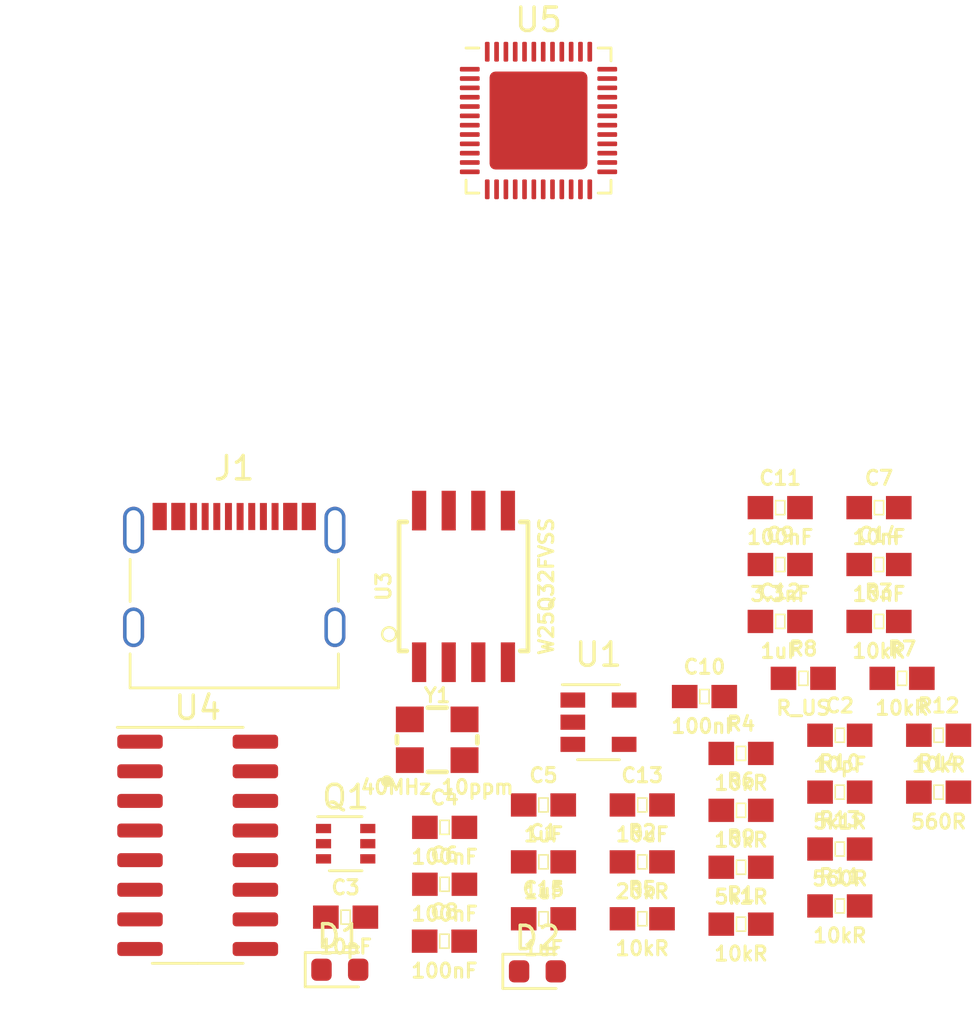
<source format=kicad_pcb>
(kicad_pcb (version 20171130) (host pcbnew 5.1.5+dfsg1-2build2)

  (general
    (thickness 1.6)
    (drawings 0)
    (tracks 0)
    (zones 0)
    (modules 38)
    (nets 69)
  )

  (page A4)
  (layers
    (0 F.Cu signal)
    (31 B.Cu signal)
    (32 B.Adhes user)
    (33 F.Adhes user)
    (34 B.Paste user)
    (35 F.Paste user)
    (36 B.SilkS user)
    (37 F.SilkS user)
    (38 B.Mask user)
    (39 F.Mask user)
    (40 Dwgs.User user)
    (41 Cmts.User user)
    (42 Eco1.User user)
    (43 Eco2.User user)
    (44 Edge.Cuts user)
    (45 Margin user)
    (46 B.CrtYd user)
    (47 F.CrtYd user)
    (48 B.Fab user)
    (49 F.Fab user)
  )

  (setup
    (last_trace_width 0.2032)
    (user_trace_width 0.127)
    (user_trace_width 0.1524)
    (user_trace_width 0.1778)
    (user_trace_width 0.2032)
    (user_trace_width 0.2286)
    (user_trace_width 0.254)
    (user_trace_width 0.3048)
    (user_trace_width 0.4064)
    (user_trace_width 0.508)
    (user_trace_width 0.6096)
    (user_trace_width 0.7112)
    (user_trace_width 0.762)
    (user_trace_width 0.8128)
    (user_trace_width 0.9144)
    (user_trace_width 1.016)
    (user_trace_width 1.2192)
    (user_trace_width 1.27)
    (user_trace_width 1.4224)
    (user_trace_width 1.524)
    (user_trace_width 1.6256)
    (user_trace_width 1.778)
    (user_trace_width 2.032)
    (user_trace_width 2.286)
    (user_trace_width 3.048)
    (user_trace_width 3.556)
    (trace_clearance 0.2)
    (zone_clearance 0.508)
    (zone_45_only no)
    (trace_min 0.127)
    (via_size 0.8)
    (via_drill 0.4)
    (via_min_size 0.2)
    (via_min_drill 0.3)
    (user_via 0.6 0.3)
    (uvia_size 0.3)
    (uvia_drill 0.1)
    (uvias_allowed no)
    (uvia_min_size 0.2)
    (uvia_min_drill 0.1)
    (edge_width 0.05)
    (segment_width 0.2)
    (pcb_text_width 0.3)
    (pcb_text_size 1.5 1.5)
    (mod_edge_width 0.12)
    (mod_text_size 1 1)
    (mod_text_width 0.15)
    (pad_size 1.524 1.524)
    (pad_drill 0.762)
    (pad_to_mask_clearance 0.051)
    (solder_mask_min_width 0.2)
    (aux_axis_origin 0 0)
    (visible_elements FFFFFF7F)
    (pcbplotparams
      (layerselection 0x010fc_ffffffff)
      (usegerberextensions false)
      (usegerberattributes false)
      (usegerberadvancedattributes false)
      (creategerberjobfile false)
      (excludeedgelayer true)
      (linewidth 0.100000)
      (plotframeref false)
      (viasonmask false)
      (mode 1)
      (useauxorigin false)
      (hpglpennumber 1)
      (hpglpenspeed 20)
      (hpglpendiameter 15.000000)
      (psnegative false)
      (psa4output false)
      (plotreference true)
      (plotvalue true)
      (plotinvisibletext false)
      (padsonsilk false)
      (subtractmaskfromsilk false)
      (outputformat 1)
      (mirror false)
      (drillshape 1)
      (scaleselection 1)
      (outputdirectory ""))
  )

  (net 0 "")
  (net 1 GND)
  (net 2 VIN)
  (net 3 "Net-(C2-Pad1)")
  (net 4 "Net-(C3-Pad1)")
  (net 5 +3V3)
  (net 6 "Net-(C7-Pad1)")
  (net 7 "Net-(C9-Pad1)")
  (net 8 "Net-(C14-Pad1)")
  (net 9 SD_SDIO)
  (net 10 D-)
  (net 11 D+)
  (net 12 "Net-(J1-PadB8)")
  (net 13 "Net-(J1-PadA5)")
  (net 14 "Net-(J1-PadA8)")
  (net 15 "Net-(J1-PadB5)")
  (net 16 VBUS)
  (net 17 COM_CTS)
  (net 18 COM_DTR)
  (net 19 "Net-(Q1-Pad5)")
  (net 20 "Net-(Q1-Pad2)")
  (net 21 BOOT)
  (net 22 RESET)
  (net 23 "Net-(R1-Pad1)")
  (net 24 GPIO2)
  (net 25 GPIO12)
  (net 26 GPIO15)
  (net 27 UTX)
  (net 28 "Net-(R8-Pad2)")
  (net 29 "Net-(D1-Pad2)")
  (net 30 "Net-(D2-Pad2)")
  (net 31 "Net-(U1-Pad4)")
  (net 32 ANT)
  (net 33 GPIO36)
  (net 34 GPIO37)
  (net 35 GPIO38)
  (net 36 GPIO39)
  (net 37 GPIO34)
  (net 38 GPIO35)
  (net 39 GPIO32)
  (net 40 GPIO33)
  (net 41 GPIO25)
  (net 42 GPIO26)
  (net 43 GPIO27)
  (net 44 GPIO14)
  (net 45 GPIO13)
  (net 46 GPIO4)
  (net 47 GPIO16)
  (net 48 GPIO17)
  (net 49 SD_D2)
  (net 50 SD_D3)
  (net 51 SD_CS)
  (net 52 SD_SCK)
  (net 53 SD_D0)
  (net 54 SD_D1)
  (net 55 GPIO5)
  (net 56 GPIO18)
  (net 57 GPIO23)
  (net 58 GPIO19)
  (net 59 GPIO22)
  (net 60 URX)
  (net 61 GPIO21)
  (net 62 "Net-(U4-Pad7)")
  (net 63 "Net-(U4-Pad8)")
  (net 64 "Net-(U4-Pad10)")
  (net 65 "Net-(U4-Pad11)")
  (net 66 "Net-(U4-Pad12)")
  (net 67 "Net-(U4-Pad14)")
  (net 68 "Net-(U4-Pad15)")

  (net_class Default "This is the default net class."
    (clearance 0.2)
    (trace_width 0.25)
    (via_dia 0.8)
    (via_drill 0.4)
    (uvia_dia 0.3)
    (uvia_drill 0.1)
    (add_net +3V3)
    (add_net ANT)
    (add_net BOOT)
    (add_net COM_CTS)
    (add_net COM_DTR)
    (add_net D+)
    (add_net D-)
    (add_net GND)
    (add_net GPIO12)
    (add_net GPIO13)
    (add_net GPIO14)
    (add_net GPIO15)
    (add_net GPIO16)
    (add_net GPIO17)
    (add_net GPIO18)
    (add_net GPIO19)
    (add_net GPIO2)
    (add_net GPIO21)
    (add_net GPIO22)
    (add_net GPIO23)
    (add_net GPIO25)
    (add_net GPIO26)
    (add_net GPIO27)
    (add_net GPIO32)
    (add_net GPIO33)
    (add_net GPIO34)
    (add_net GPIO35)
    (add_net GPIO36)
    (add_net GPIO37)
    (add_net GPIO38)
    (add_net GPIO39)
    (add_net GPIO4)
    (add_net GPIO5)
    (add_net "Net-(C14-Pad1)")
    (add_net "Net-(C2-Pad1)")
    (add_net "Net-(C3-Pad1)")
    (add_net "Net-(C7-Pad1)")
    (add_net "Net-(C9-Pad1)")
    (add_net "Net-(D1-Pad2)")
    (add_net "Net-(D2-Pad2)")
    (add_net "Net-(J1-PadA5)")
    (add_net "Net-(J1-PadA8)")
    (add_net "Net-(J1-PadB5)")
    (add_net "Net-(J1-PadB8)")
    (add_net "Net-(Q1-Pad2)")
    (add_net "Net-(Q1-Pad5)")
    (add_net "Net-(R1-Pad1)")
    (add_net "Net-(R8-Pad2)")
    (add_net "Net-(U1-Pad4)")
    (add_net "Net-(U4-Pad10)")
    (add_net "Net-(U4-Pad11)")
    (add_net "Net-(U4-Pad12)")
    (add_net "Net-(U4-Pad14)")
    (add_net "Net-(U4-Pad15)")
    (add_net "Net-(U4-Pad7)")
    (add_net "Net-(U4-Pad8)")
    (add_net RESET)
    (add_net SD_CS)
    (add_net SD_D0)
    (add_net SD_D1)
    (add_net SD_D2)
    (add_net SD_D3)
    (add_net SD_SCK)
    (add_net SD_SDIO)
    (add_net URX)
    (add_net UTX)
    (add_net VBUS)
    (add_net VIN)
  )

  (module LED_SMD:LED_0603_1608Metric (layer F.Cu) (tedit 5B301BBE) (tstamp 5EBA03AE)
    (at 152.86191 91.156981)
    (descr "LED SMD 0603 (1608 Metric), square (rectangular) end terminal, IPC_7351 nominal, (Body size source: http://www.tortai-tech.com/upload/download/2011102023233369053.pdf), generated with kicad-footprint-generator")
    (tags diode)
    (path /5EC71E89)
    (attr smd)
    (fp_text reference D2 (at 0 -1.43) (layer F.SilkS)
      (effects (font (size 1 1) (thickness 0.15)))
    )
    (fp_text value LED (at 0 1.43) (layer F.Fab)
      (effects (font (size 1 1) (thickness 0.15)))
    )
    (fp_text user %R (at 0 0) (layer F.Fab)
      (effects (font (size 0.4 0.4) (thickness 0.06)))
    )
    (fp_line (start 1.48 0.73) (end -1.48 0.73) (layer F.CrtYd) (width 0.05))
    (fp_line (start 1.48 -0.73) (end 1.48 0.73) (layer F.CrtYd) (width 0.05))
    (fp_line (start -1.48 -0.73) (end 1.48 -0.73) (layer F.CrtYd) (width 0.05))
    (fp_line (start -1.48 0.73) (end -1.48 -0.73) (layer F.CrtYd) (width 0.05))
    (fp_line (start -1.485 0.735) (end 0.8 0.735) (layer F.SilkS) (width 0.12))
    (fp_line (start -1.485 -0.735) (end -1.485 0.735) (layer F.SilkS) (width 0.12))
    (fp_line (start 0.8 -0.735) (end -1.485 -0.735) (layer F.SilkS) (width 0.12))
    (fp_line (start 0.8 0.4) (end 0.8 -0.4) (layer F.Fab) (width 0.1))
    (fp_line (start -0.8 0.4) (end 0.8 0.4) (layer F.Fab) (width 0.1))
    (fp_line (start -0.8 -0.1) (end -0.8 0.4) (layer F.Fab) (width 0.1))
    (fp_line (start -0.5 -0.4) (end -0.8 -0.1) (layer F.Fab) (width 0.1))
    (fp_line (start 0.8 -0.4) (end -0.5 -0.4) (layer F.Fab) (width 0.1))
    (pad 2 smd roundrect (at 0.7875 0) (size 0.875 0.95) (layers F.Cu F.Paste F.Mask) (roundrect_rratio 0.25)
      (net 30 "Net-(D2-Pad2)"))
    (pad 1 smd roundrect (at -0.7875 0) (size 0.875 0.95) (layers F.Cu F.Paste F.Mask) (roundrect_rratio 0.25)
      (net 27 UTX))
    (model ${KISYS3DMOD}/LED_SMD.3dshapes/LED_0603_1608Metric.wrl
      (at (xyz 0 0 0))
      (scale (xyz 1 1 1))
      (rotate (xyz 0 0 0))
    )
  )

  (module LED_SMD:LED_0603_1608Metric (layer F.Cu) (tedit 5B301BBE) (tstamp 5EBA03A3)
    (at 144.38191 91.086981)
    (descr "LED SMD 0603 (1608 Metric), square (rectangular) end terminal, IPC_7351 nominal, (Body size source: http://www.tortai-tech.com/upload/download/2011102023233369053.pdf), generated with kicad-footprint-generator")
    (tags diode)
    (path /5EC70FE7)
    (attr smd)
    (fp_text reference D1 (at 0 -1.43) (layer F.SilkS)
      (effects (font (size 1 1) (thickness 0.15)))
    )
    (fp_text value LED (at 0 1.43) (layer F.Fab)
      (effects (font (size 1 1) (thickness 0.15)))
    )
    (fp_text user %R (at 0 0) (layer F.Fab)
      (effects (font (size 0.4 0.4) (thickness 0.06)))
    )
    (fp_line (start 1.48 0.73) (end -1.48 0.73) (layer F.CrtYd) (width 0.05))
    (fp_line (start 1.48 -0.73) (end 1.48 0.73) (layer F.CrtYd) (width 0.05))
    (fp_line (start -1.48 -0.73) (end 1.48 -0.73) (layer F.CrtYd) (width 0.05))
    (fp_line (start -1.48 0.73) (end -1.48 -0.73) (layer F.CrtYd) (width 0.05))
    (fp_line (start -1.485 0.735) (end 0.8 0.735) (layer F.SilkS) (width 0.12))
    (fp_line (start -1.485 -0.735) (end -1.485 0.735) (layer F.SilkS) (width 0.12))
    (fp_line (start 0.8 -0.735) (end -1.485 -0.735) (layer F.SilkS) (width 0.12))
    (fp_line (start 0.8 0.4) (end 0.8 -0.4) (layer F.Fab) (width 0.1))
    (fp_line (start -0.8 0.4) (end 0.8 0.4) (layer F.Fab) (width 0.1))
    (fp_line (start -0.8 -0.1) (end -0.8 0.4) (layer F.Fab) (width 0.1))
    (fp_line (start -0.5 -0.4) (end -0.8 -0.1) (layer F.Fab) (width 0.1))
    (fp_line (start 0.8 -0.4) (end -0.5 -0.4) (layer F.Fab) (width 0.1))
    (pad 2 smd roundrect (at 0.7875 0) (size 0.875 0.95) (layers F.Cu F.Paste F.Mask) (roundrect_rratio 0.25)
      (net 29 "Net-(D1-Pad2)"))
    (pad 1 smd roundrect (at -0.7875 0) (size 0.875 0.95) (layers F.Cu F.Paste F.Mask) (roundrect_rratio 0.25)
      (net 60 URX))
    (model ${KISYS3DMOD}/LED_SMD.3dshapes/LED_0603_1608Metric.wrl
      (at (xyz 0 0 0))
      (scale (xyz 1 1 1))
      (rotate (xyz 0 0 0))
    )
  )

  (module Package_DFN_QFN:QFN-48-1EP_6x6mm_P0.4mm_EP4.2x4.2mm (layer F.Cu) (tedit 5C28DED5) (tstamp 5EBA77C3)
    (at 152.908 54.6735)
    (descr "QFN, 48 Pin (https://static.dev.sifive.com/SiFive-FE310-G000-datasheet-v1p5.pdf#page=20), generated with kicad-footprint-generator ipc_dfn_qfn_generator.py")
    (tags "QFN DFN_QFN")
    (path /5ECD77E0)
    (attr smd)
    (fp_text reference U5 (at 0 -4.32) (layer F.SilkS)
      (effects (font (size 1 1) (thickness 0.15)))
    )
    (fp_text value ESP32 (at 0 4.32) (layer F.Fab)
      (effects (font (size 1 1) (thickness 0.15)))
    )
    (fp_text user %R (at 0 0) (layer F.Fab)
      (effects (font (size 1 1) (thickness 0.15)))
    )
    (fp_line (start 3.62 -3.62) (end -3.62 -3.62) (layer F.CrtYd) (width 0.05))
    (fp_line (start 3.62 3.62) (end 3.62 -3.62) (layer F.CrtYd) (width 0.05))
    (fp_line (start -3.62 3.62) (end 3.62 3.62) (layer F.CrtYd) (width 0.05))
    (fp_line (start -3.62 -3.62) (end -3.62 3.62) (layer F.CrtYd) (width 0.05))
    (fp_line (start -3 -2) (end -2 -3) (layer F.Fab) (width 0.1))
    (fp_line (start -3 3) (end -3 -2) (layer F.Fab) (width 0.1))
    (fp_line (start 3 3) (end -3 3) (layer F.Fab) (width 0.1))
    (fp_line (start 3 -3) (end 3 3) (layer F.Fab) (width 0.1))
    (fp_line (start -2 -3) (end 3 -3) (layer F.Fab) (width 0.1))
    (fp_line (start -2.56 -3.11) (end -3.11 -3.11) (layer F.SilkS) (width 0.12))
    (fp_line (start 3.11 3.11) (end 3.11 2.56) (layer F.SilkS) (width 0.12))
    (fp_line (start 2.56 3.11) (end 3.11 3.11) (layer F.SilkS) (width 0.12))
    (fp_line (start -3.11 3.11) (end -3.11 2.56) (layer F.SilkS) (width 0.12))
    (fp_line (start -2.56 3.11) (end -3.11 3.11) (layer F.SilkS) (width 0.12))
    (fp_line (start 3.11 -3.11) (end 3.11 -2.56) (layer F.SilkS) (width 0.12))
    (fp_line (start 2.56 -3.11) (end 3.11 -3.11) (layer F.SilkS) (width 0.12))
    (pad 48 smd roundrect (at -2.2 -2.95) (size 0.2 0.85) (layers F.Cu F.Paste F.Mask) (roundrect_rratio 0.25)
      (net 7 "Net-(C9-Pad1)"))
    (pad 47 smd roundrect (at -1.8 -2.95) (size 0.2 0.85) (layers F.Cu F.Paste F.Mask) (roundrect_rratio 0.25)
      (net 1 GND))
    (pad 46 smd roundrect (at -1.4 -2.95) (size 0.2 0.85) (layers F.Cu F.Paste F.Mask) (roundrect_rratio 0.25)
      (net 5 +3V3))
    (pad 45 smd roundrect (at -1 -2.95) (size 0.2 0.85) (layers F.Cu F.Paste F.Mask) (roundrect_rratio 0.25)
      (net 3 "Net-(C2-Pad1)"))
    (pad 44 smd roundrect (at -0.6 -2.95) (size 0.2 0.85) (layers F.Cu F.Paste F.Mask) (roundrect_rratio 0.25)
      (net 4 "Net-(C3-Pad1)"))
    (pad 43 smd roundrect (at -0.2 -2.95) (size 0.2 0.85) (layers F.Cu F.Paste F.Mask) (roundrect_rratio 0.25)
      (net 5 +3V3))
    (pad 42 smd roundrect (at 0.2 -2.95) (size 0.2 0.85) (layers F.Cu F.Paste F.Mask) (roundrect_rratio 0.25)
      (net 61 GPIO21))
    (pad 41 smd roundrect (at 0.6 -2.95) (size 0.2 0.85) (layers F.Cu F.Paste F.Mask) (roundrect_rratio 0.25)
      (net 28 "Net-(R8-Pad2)"))
    (pad 40 smd roundrect (at 1 -2.95) (size 0.2 0.85) (layers F.Cu F.Paste F.Mask) (roundrect_rratio 0.25)
      (net 60 URX))
    (pad 39 smd roundrect (at 1.4 -2.95) (size 0.2 0.85) (layers F.Cu F.Paste F.Mask) (roundrect_rratio 0.25)
      (net 59 GPIO22))
    (pad 38 smd roundrect (at 1.8 -2.95) (size 0.2 0.85) (layers F.Cu F.Paste F.Mask) (roundrect_rratio 0.25)
      (net 58 GPIO19))
    (pad 37 smd roundrect (at 2.2 -2.95) (size 0.2 0.85) (layers F.Cu F.Paste F.Mask) (roundrect_rratio 0.25)
      (net 5 +3V3))
    (pad 36 smd roundrect (at 2.95 -2.2) (size 0.85 0.2) (layers F.Cu F.Paste F.Mask) (roundrect_rratio 0.25)
      (net 57 GPIO23))
    (pad 35 smd roundrect (at 2.95 -1.8) (size 0.85 0.2) (layers F.Cu F.Paste F.Mask) (roundrect_rratio 0.25)
      (net 56 GPIO18))
    (pad 34 smd roundrect (at 2.95 -1.4) (size 0.85 0.2) (layers F.Cu F.Paste F.Mask) (roundrect_rratio 0.25)
      (net 55 GPIO5))
    (pad 33 smd roundrect (at 2.95 -1) (size 0.85 0.2) (layers F.Cu F.Paste F.Mask) (roundrect_rratio 0.25)
      (net 54 SD_D1))
    (pad 32 smd roundrect (at 2.95 -0.6) (size 0.85 0.2) (layers F.Cu F.Paste F.Mask) (roundrect_rratio 0.25)
      (net 53 SD_D0))
    (pad 31 smd roundrect (at 2.95 -0.2) (size 0.85 0.2) (layers F.Cu F.Paste F.Mask) (roundrect_rratio 0.25)
      (net 52 SD_SCK))
    (pad 30 smd roundrect (at 2.95 0.2) (size 0.85 0.2) (layers F.Cu F.Paste F.Mask) (roundrect_rratio 0.25)
      (net 51 SD_CS))
    (pad 29 smd roundrect (at 2.95 0.6) (size 0.85 0.2) (layers F.Cu F.Paste F.Mask) (roundrect_rratio 0.25)
      (net 50 SD_D3))
    (pad 28 smd roundrect (at 2.95 1) (size 0.85 0.2) (layers F.Cu F.Paste F.Mask) (roundrect_rratio 0.25)
      (net 49 SD_D2))
    (pad 27 smd roundrect (at 2.95 1.4) (size 0.85 0.2) (layers F.Cu F.Paste F.Mask) (roundrect_rratio 0.25)
      (net 48 GPIO17))
    (pad 26 smd roundrect (at 2.95 1.8) (size 0.85 0.2) (layers F.Cu F.Paste F.Mask) (roundrect_rratio 0.25)
      (net 9 SD_SDIO))
    (pad 25 smd roundrect (at 2.95 2.2) (size 0.85 0.2) (layers F.Cu F.Paste F.Mask) (roundrect_rratio 0.25)
      (net 47 GPIO16))
    (pad 24 smd roundrect (at 2.2 2.95) (size 0.2 0.85) (layers F.Cu F.Paste F.Mask) (roundrect_rratio 0.25)
      (net 46 GPIO4))
    (pad 23 smd roundrect (at 1.8 2.95) (size 0.2 0.85) (layers F.Cu F.Paste F.Mask) (roundrect_rratio 0.25)
      (net 21 BOOT))
    (pad 22 smd roundrect (at 1.4 2.95) (size 0.2 0.85) (layers F.Cu F.Paste F.Mask) (roundrect_rratio 0.25)
      (net 24 GPIO2))
    (pad 21 smd roundrect (at 1 2.95) (size 0.2 0.85) (layers F.Cu F.Paste F.Mask) (roundrect_rratio 0.25)
      (net 26 GPIO15))
    (pad 20 smd roundrect (at 0.6 2.95) (size 0.2 0.85) (layers F.Cu F.Paste F.Mask) (roundrect_rratio 0.25)
      (net 45 GPIO13))
    (pad 19 smd roundrect (at 0.2 2.95) (size 0.2 0.85) (layers F.Cu F.Paste F.Mask) (roundrect_rratio 0.25)
      (net 5 +3V3))
    (pad 18 smd roundrect (at -0.2 2.95) (size 0.2 0.85) (layers F.Cu F.Paste F.Mask) (roundrect_rratio 0.25)
      (net 25 GPIO12))
    (pad 17 smd roundrect (at -0.6 2.95) (size 0.2 0.85) (layers F.Cu F.Paste F.Mask) (roundrect_rratio 0.25)
      (net 44 GPIO14))
    (pad 16 smd roundrect (at -1 2.95) (size 0.2 0.85) (layers F.Cu F.Paste F.Mask) (roundrect_rratio 0.25)
      (net 43 GPIO27))
    (pad 15 smd roundrect (at -1.4 2.95) (size 0.2 0.85) (layers F.Cu F.Paste F.Mask) (roundrect_rratio 0.25)
      (net 42 GPIO26))
    (pad 14 smd roundrect (at -1.8 2.95) (size 0.2 0.85) (layers F.Cu F.Paste F.Mask) (roundrect_rratio 0.25)
      (net 41 GPIO25))
    (pad 13 smd roundrect (at -2.2 2.95) (size 0.2 0.85) (layers F.Cu F.Paste F.Mask) (roundrect_rratio 0.25)
      (net 40 GPIO33))
    (pad 12 smd roundrect (at -2.95 2.2) (size 0.85 0.2) (layers F.Cu F.Paste F.Mask) (roundrect_rratio 0.25)
      (net 39 GPIO32))
    (pad 11 smd roundrect (at -2.95 1.8) (size 0.85 0.2) (layers F.Cu F.Paste F.Mask) (roundrect_rratio 0.25)
      (net 38 GPIO35))
    (pad 10 smd roundrect (at -2.95 1.4) (size 0.85 0.2) (layers F.Cu F.Paste F.Mask) (roundrect_rratio 0.25)
      (net 37 GPIO34))
    (pad 9 smd roundrect (at -2.95 1) (size 0.85 0.2) (layers F.Cu F.Paste F.Mask) (roundrect_rratio 0.25)
      (net 22 RESET))
    (pad 8 smd roundrect (at -2.95 0.6) (size 0.85 0.2) (layers F.Cu F.Paste F.Mask) (roundrect_rratio 0.25)
      (net 36 GPIO39))
    (pad 7 smd roundrect (at -2.95 0.2) (size 0.85 0.2) (layers F.Cu F.Paste F.Mask) (roundrect_rratio 0.25)
      (net 35 GPIO38))
    (pad 6 smd roundrect (at -2.95 -0.2) (size 0.85 0.2) (layers F.Cu F.Paste F.Mask) (roundrect_rratio 0.25)
      (net 34 GPIO37))
    (pad 5 smd roundrect (at -2.95 -0.6) (size 0.85 0.2) (layers F.Cu F.Paste F.Mask) (roundrect_rratio 0.25)
      (net 33 GPIO36))
    (pad 4 smd roundrect (at -2.95 -1) (size 0.85 0.2) (layers F.Cu F.Paste F.Mask) (roundrect_rratio 0.25)
      (net 5 +3V3))
    (pad 3 smd roundrect (at -2.95 -1.4) (size 0.85 0.2) (layers F.Cu F.Paste F.Mask) (roundrect_rratio 0.25)
      (net 5 +3V3))
    (pad 2 smd roundrect (at -2.95 -1.8) (size 0.85 0.2) (layers F.Cu F.Paste F.Mask) (roundrect_rratio 0.25)
      (net 32 ANT))
    (pad 1 smd roundrect (at -2.95 -2.2) (size 0.85 0.2) (layers F.Cu F.Paste F.Mask) (roundrect_rratio 0.25)
      (net 5 +3V3))
    (pad "" smd roundrect (at 1.4 1.4) (size 1.13 1.13) (layers F.Paste) (roundrect_rratio 0.221239))
    (pad "" smd roundrect (at 1.4 0) (size 1.13 1.13) (layers F.Paste) (roundrect_rratio 0.221239))
    (pad "" smd roundrect (at 1.4 -1.4) (size 1.13 1.13) (layers F.Paste) (roundrect_rratio 0.221239))
    (pad "" smd roundrect (at 0 1.4) (size 1.13 1.13) (layers F.Paste) (roundrect_rratio 0.221239))
    (pad "" smd roundrect (at 0 0) (size 1.13 1.13) (layers F.Paste) (roundrect_rratio 0.221239))
    (pad "" smd roundrect (at 0 -1.4) (size 1.13 1.13) (layers F.Paste) (roundrect_rratio 0.221239))
    (pad "" smd roundrect (at -1.4 1.4) (size 1.13 1.13) (layers F.Paste) (roundrect_rratio 0.221239))
    (pad "" smd roundrect (at -1.4 0) (size 1.13 1.13) (layers F.Paste) (roundrect_rratio 0.221239))
    (pad "" smd roundrect (at -1.4 -1.4) (size 1.13 1.13) (layers F.Paste) (roundrect_rratio 0.221239))
    (pad 49 smd roundrect (at 0 0) (size 4.2 4.2) (layers F.Cu F.Mask) (roundrect_rratio 0.059524)
      (net 1 GND))
    (model ${KISYS3DMOD}/Package_DFN_QFN.3dshapes/QFN-48-1EP_6x6mm_P0.4mm_EP4.2x4.2mm.wrl
      (at (xyz 0 0 0))
      (scale (xyz 1 1 1))
      (rotate (xyz 0 0 0))
    )
  )

  (module Capacitors:0603 (layer F.Cu) (tedit 5EA17803) (tstamp 5EBA0248)
    (at 153.119561 86.462401)
    (descr "GENERIC 1608 (0603) PACKAGE")
    (tags "GENERIC 1608 (0603) PACKAGE")
    (path /5EB4AE72)
    (attr smd)
    (fp_text reference C1 (at 0 -1.27) (layer F.SilkS)
      (effects (font (size 0.6096 0.6096) (thickness 0.127)))
    )
    (fp_text value 1uF (at 0 1.27) (layer F.SilkS)
      (effects (font (size 0.6096 0.6096) (thickness 0.127)))
    )
    (fp_line (start -0.3556 0.41656) (end 0.3556 0.41656) (layer Dwgs.User) (width 0.1016))
    (fp_line (start -0.3556 -0.4318) (end 0.3556 -0.4318) (layer Dwgs.User) (width 0.1016))
    (fp_line (start -1.59766 0.6985) (end -1.59766 -0.6985) (layer F.CrtYd) (width 0.0508))
    (fp_line (start 1.59766 0.6985) (end -1.59766 0.6985) (layer F.CrtYd) (width 0.0508))
    (fp_line (start 1.59766 -0.6985) (end 1.59766 0.6985) (layer F.CrtYd) (width 0.0508))
    (fp_line (start -1.59766 -0.6985) (end 1.59766 -0.6985) (layer F.CrtYd) (width 0.0508))
    (fp_line (start -0.19812 0.29972) (end -0.19812 -0.29972) (layer F.SilkS) (width 0.06604))
    (fp_line (start -0.19812 -0.29972) (end 0.19812 -0.29972) (layer F.SilkS) (width 0.06604))
    (fp_line (start 0.19812 0.29972) (end 0.19812 -0.29972) (layer F.SilkS) (width 0.06604))
    (fp_line (start -0.19812 0.29972) (end 0.19812 0.29972) (layer F.SilkS) (width 0.06604))
    (fp_line (start 0.3302 0.4699) (end 0.3302 -0.48006) (layer Dwgs.User) (width 0.06604))
    (fp_line (start 0.3302 -0.48006) (end 0.82804 -0.48006) (layer Dwgs.User) (width 0.06604))
    (fp_line (start 0.82804 0.4699) (end 0.82804 -0.48006) (layer Dwgs.User) (width 0.06604))
    (fp_line (start 0.3302 0.4699) (end 0.82804 0.4699) (layer Dwgs.User) (width 0.06604))
    (fp_line (start -0.8382 0.4699) (end -0.8382 -0.48006) (layer Dwgs.User) (width 0.06604))
    (fp_line (start -0.8382 -0.48006) (end -0.33782 -0.48006) (layer Dwgs.User) (width 0.06604))
    (fp_line (start -0.33782 0.4699) (end -0.33782 -0.48006) (layer Dwgs.User) (width 0.06604))
    (fp_line (start -0.8382 0.4699) (end -0.33782 0.4699) (layer Dwgs.User) (width 0.06604))
    (pad 2 smd rect (at 0.84836 0) (size 1.09982 0.99822) (layers F.Cu F.Paste F.Mask)
      (net 1 GND) (solder_mask_margin 0.1016))
    (pad 1 smd rect (at -0.84836 0) (size 1.09982 0.99822) (layers F.Cu F.Paste F.Mask)
      (net 2 VIN) (solder_mask_margin 0.1016))
    (model ${KISYS3DMOD}/Capacitor_SMD.3dshapes/C_0603_1608Metric.step
      (at (xyz 0 0 0))
      (scale (xyz 1.2 1.2 1.2))
      (rotate (xyz 0 0 0))
    )
  )

  (module Capacitors:0603 (layer F.Cu) (tedit 5EA17803) (tstamp 5EBA0260)
    (at 165.839561 81.032401)
    (descr "GENERIC 1608 (0603) PACKAGE")
    (tags "GENERIC 1608 (0603) PACKAGE")
    (path /5EB73AA7)
    (attr smd)
    (fp_text reference C2 (at 0 -1.27) (layer F.SilkS)
      (effects (font (size 0.6096 0.6096) (thickness 0.127)))
    )
    (fp_text value 10pF (at 0 1.27) (layer F.SilkS)
      (effects (font (size 0.6096 0.6096) (thickness 0.127)))
    )
    (fp_line (start -0.8382 0.4699) (end -0.33782 0.4699) (layer Dwgs.User) (width 0.06604))
    (fp_line (start -0.33782 0.4699) (end -0.33782 -0.48006) (layer Dwgs.User) (width 0.06604))
    (fp_line (start -0.8382 -0.48006) (end -0.33782 -0.48006) (layer Dwgs.User) (width 0.06604))
    (fp_line (start -0.8382 0.4699) (end -0.8382 -0.48006) (layer Dwgs.User) (width 0.06604))
    (fp_line (start 0.3302 0.4699) (end 0.82804 0.4699) (layer Dwgs.User) (width 0.06604))
    (fp_line (start 0.82804 0.4699) (end 0.82804 -0.48006) (layer Dwgs.User) (width 0.06604))
    (fp_line (start 0.3302 -0.48006) (end 0.82804 -0.48006) (layer Dwgs.User) (width 0.06604))
    (fp_line (start 0.3302 0.4699) (end 0.3302 -0.48006) (layer Dwgs.User) (width 0.06604))
    (fp_line (start -0.19812 0.29972) (end 0.19812 0.29972) (layer F.SilkS) (width 0.06604))
    (fp_line (start 0.19812 0.29972) (end 0.19812 -0.29972) (layer F.SilkS) (width 0.06604))
    (fp_line (start -0.19812 -0.29972) (end 0.19812 -0.29972) (layer F.SilkS) (width 0.06604))
    (fp_line (start -0.19812 0.29972) (end -0.19812 -0.29972) (layer F.SilkS) (width 0.06604))
    (fp_line (start -1.59766 -0.6985) (end 1.59766 -0.6985) (layer F.CrtYd) (width 0.0508))
    (fp_line (start 1.59766 -0.6985) (end 1.59766 0.6985) (layer F.CrtYd) (width 0.0508))
    (fp_line (start 1.59766 0.6985) (end -1.59766 0.6985) (layer F.CrtYd) (width 0.0508))
    (fp_line (start -1.59766 0.6985) (end -1.59766 -0.6985) (layer F.CrtYd) (width 0.0508))
    (fp_line (start -0.3556 -0.4318) (end 0.3556 -0.4318) (layer Dwgs.User) (width 0.1016))
    (fp_line (start -0.3556 0.41656) (end 0.3556 0.41656) (layer Dwgs.User) (width 0.1016))
    (pad 1 smd rect (at -0.84836 0) (size 1.09982 0.99822) (layers F.Cu F.Paste F.Mask)
      (net 3 "Net-(C2-Pad1)") (solder_mask_margin 0.1016))
    (pad 2 smd rect (at 0.84836 0) (size 1.09982 0.99822) (layers F.Cu F.Paste F.Mask)
      (net 1 GND) (solder_mask_margin 0.1016))
    (model ${KISYS3DMOD}/Capacitor_SMD.3dshapes/C_0603_1608Metric.step
      (at (xyz 0 0 0))
      (scale (xyz 1.2 1.2 1.2))
      (rotate (xyz 0 0 0))
    )
  )

  (module Capacitors:0603 (layer F.Cu) (tedit 5EA17803) (tstamp 5EBA0278)
    (at 144.629561 88.832401)
    (descr "GENERIC 1608 (0603) PACKAGE")
    (tags "GENERIC 1608 (0603) PACKAGE")
    (path /5EB75F63)
    (attr smd)
    (fp_text reference C3 (at 0 -1.27) (layer F.SilkS)
      (effects (font (size 0.6096 0.6096) (thickness 0.127)))
    )
    (fp_text value 10pF (at 0 1.27) (layer F.SilkS)
      (effects (font (size 0.6096 0.6096) (thickness 0.127)))
    )
    (fp_line (start -0.3556 0.41656) (end 0.3556 0.41656) (layer Dwgs.User) (width 0.1016))
    (fp_line (start -0.3556 -0.4318) (end 0.3556 -0.4318) (layer Dwgs.User) (width 0.1016))
    (fp_line (start -1.59766 0.6985) (end -1.59766 -0.6985) (layer F.CrtYd) (width 0.0508))
    (fp_line (start 1.59766 0.6985) (end -1.59766 0.6985) (layer F.CrtYd) (width 0.0508))
    (fp_line (start 1.59766 -0.6985) (end 1.59766 0.6985) (layer F.CrtYd) (width 0.0508))
    (fp_line (start -1.59766 -0.6985) (end 1.59766 -0.6985) (layer F.CrtYd) (width 0.0508))
    (fp_line (start -0.19812 0.29972) (end -0.19812 -0.29972) (layer F.SilkS) (width 0.06604))
    (fp_line (start -0.19812 -0.29972) (end 0.19812 -0.29972) (layer F.SilkS) (width 0.06604))
    (fp_line (start 0.19812 0.29972) (end 0.19812 -0.29972) (layer F.SilkS) (width 0.06604))
    (fp_line (start -0.19812 0.29972) (end 0.19812 0.29972) (layer F.SilkS) (width 0.06604))
    (fp_line (start 0.3302 0.4699) (end 0.3302 -0.48006) (layer Dwgs.User) (width 0.06604))
    (fp_line (start 0.3302 -0.48006) (end 0.82804 -0.48006) (layer Dwgs.User) (width 0.06604))
    (fp_line (start 0.82804 0.4699) (end 0.82804 -0.48006) (layer Dwgs.User) (width 0.06604))
    (fp_line (start 0.3302 0.4699) (end 0.82804 0.4699) (layer Dwgs.User) (width 0.06604))
    (fp_line (start -0.8382 0.4699) (end -0.8382 -0.48006) (layer Dwgs.User) (width 0.06604))
    (fp_line (start -0.8382 -0.48006) (end -0.33782 -0.48006) (layer Dwgs.User) (width 0.06604))
    (fp_line (start -0.33782 0.4699) (end -0.33782 -0.48006) (layer Dwgs.User) (width 0.06604))
    (fp_line (start -0.8382 0.4699) (end -0.33782 0.4699) (layer Dwgs.User) (width 0.06604))
    (pad 2 smd rect (at 0.84836 0) (size 1.09982 0.99822) (layers F.Cu F.Paste F.Mask)
      (net 1 GND) (solder_mask_margin 0.1016))
    (pad 1 smd rect (at -0.84836 0) (size 1.09982 0.99822) (layers F.Cu F.Paste F.Mask)
      (net 4 "Net-(C3-Pad1)") (solder_mask_margin 0.1016))
    (model ${KISYS3DMOD}/Capacitor_SMD.3dshapes/C_0603_1608Metric.step
      (at (xyz 0 0 0))
      (scale (xyz 1.2 1.2 1.2))
      (rotate (xyz 0 0 0))
    )
  )

  (module Capacitors:0603 (layer F.Cu) (tedit 5EA17803) (tstamp 5EBA0290)
    (at 148.879561 84.982401)
    (descr "GENERIC 1608 (0603) PACKAGE")
    (tags "GENERIC 1608 (0603) PACKAGE")
    (path /5EB4B60B)
    (attr smd)
    (fp_text reference C4 (at 0 -1.27) (layer F.SilkS)
      (effects (font (size 0.6096 0.6096) (thickness 0.127)))
    )
    (fp_text value 100nF (at 0 1.27) (layer F.SilkS)
      (effects (font (size 0.6096 0.6096) (thickness 0.127)))
    )
    (fp_line (start -0.8382 0.4699) (end -0.33782 0.4699) (layer Dwgs.User) (width 0.06604))
    (fp_line (start -0.33782 0.4699) (end -0.33782 -0.48006) (layer Dwgs.User) (width 0.06604))
    (fp_line (start -0.8382 -0.48006) (end -0.33782 -0.48006) (layer Dwgs.User) (width 0.06604))
    (fp_line (start -0.8382 0.4699) (end -0.8382 -0.48006) (layer Dwgs.User) (width 0.06604))
    (fp_line (start 0.3302 0.4699) (end 0.82804 0.4699) (layer Dwgs.User) (width 0.06604))
    (fp_line (start 0.82804 0.4699) (end 0.82804 -0.48006) (layer Dwgs.User) (width 0.06604))
    (fp_line (start 0.3302 -0.48006) (end 0.82804 -0.48006) (layer Dwgs.User) (width 0.06604))
    (fp_line (start 0.3302 0.4699) (end 0.3302 -0.48006) (layer Dwgs.User) (width 0.06604))
    (fp_line (start -0.19812 0.29972) (end 0.19812 0.29972) (layer F.SilkS) (width 0.06604))
    (fp_line (start 0.19812 0.29972) (end 0.19812 -0.29972) (layer F.SilkS) (width 0.06604))
    (fp_line (start -0.19812 -0.29972) (end 0.19812 -0.29972) (layer F.SilkS) (width 0.06604))
    (fp_line (start -0.19812 0.29972) (end -0.19812 -0.29972) (layer F.SilkS) (width 0.06604))
    (fp_line (start -1.59766 -0.6985) (end 1.59766 -0.6985) (layer F.CrtYd) (width 0.0508))
    (fp_line (start 1.59766 -0.6985) (end 1.59766 0.6985) (layer F.CrtYd) (width 0.0508))
    (fp_line (start 1.59766 0.6985) (end -1.59766 0.6985) (layer F.CrtYd) (width 0.0508))
    (fp_line (start -1.59766 0.6985) (end -1.59766 -0.6985) (layer F.CrtYd) (width 0.0508))
    (fp_line (start -0.3556 -0.4318) (end 0.3556 -0.4318) (layer Dwgs.User) (width 0.1016))
    (fp_line (start -0.3556 0.41656) (end 0.3556 0.41656) (layer Dwgs.User) (width 0.1016))
    (pad 1 smd rect (at -0.84836 0) (size 1.09982 0.99822) (layers F.Cu F.Paste F.Mask)
      (net 2 VIN) (solder_mask_margin 0.1016))
    (pad 2 smd rect (at 0.84836 0) (size 1.09982 0.99822) (layers F.Cu F.Paste F.Mask)
      (net 1 GND) (solder_mask_margin 0.1016))
    (model ${KISYS3DMOD}/Capacitor_SMD.3dshapes/C_0603_1608Metric.step
      (at (xyz 0 0 0))
      (scale (xyz 1.2 1.2 1.2))
      (rotate (xyz 0 0 0))
    )
  )

  (module Capacitors:0603 (layer F.Cu) (tedit 5EA17803) (tstamp 5EBA02A8)
    (at 153.119561 84.022401)
    (descr "GENERIC 1608 (0603) PACKAGE")
    (tags "GENERIC 1608 (0603) PACKAGE")
    (path /5EB566A4)
    (attr smd)
    (fp_text reference C5 (at 0 -1.27) (layer F.SilkS)
      (effects (font (size 0.6096 0.6096) (thickness 0.127)))
    )
    (fp_text value 1uF (at 0 1.27) (layer F.SilkS)
      (effects (font (size 0.6096 0.6096) (thickness 0.127)))
    )
    (fp_line (start -0.3556 0.41656) (end 0.3556 0.41656) (layer Dwgs.User) (width 0.1016))
    (fp_line (start -0.3556 -0.4318) (end 0.3556 -0.4318) (layer Dwgs.User) (width 0.1016))
    (fp_line (start -1.59766 0.6985) (end -1.59766 -0.6985) (layer F.CrtYd) (width 0.0508))
    (fp_line (start 1.59766 0.6985) (end -1.59766 0.6985) (layer F.CrtYd) (width 0.0508))
    (fp_line (start 1.59766 -0.6985) (end 1.59766 0.6985) (layer F.CrtYd) (width 0.0508))
    (fp_line (start -1.59766 -0.6985) (end 1.59766 -0.6985) (layer F.CrtYd) (width 0.0508))
    (fp_line (start -0.19812 0.29972) (end -0.19812 -0.29972) (layer F.SilkS) (width 0.06604))
    (fp_line (start -0.19812 -0.29972) (end 0.19812 -0.29972) (layer F.SilkS) (width 0.06604))
    (fp_line (start 0.19812 0.29972) (end 0.19812 -0.29972) (layer F.SilkS) (width 0.06604))
    (fp_line (start -0.19812 0.29972) (end 0.19812 0.29972) (layer F.SilkS) (width 0.06604))
    (fp_line (start 0.3302 0.4699) (end 0.3302 -0.48006) (layer Dwgs.User) (width 0.06604))
    (fp_line (start 0.3302 -0.48006) (end 0.82804 -0.48006) (layer Dwgs.User) (width 0.06604))
    (fp_line (start 0.82804 0.4699) (end 0.82804 -0.48006) (layer Dwgs.User) (width 0.06604))
    (fp_line (start 0.3302 0.4699) (end 0.82804 0.4699) (layer Dwgs.User) (width 0.06604))
    (fp_line (start -0.8382 0.4699) (end -0.8382 -0.48006) (layer Dwgs.User) (width 0.06604))
    (fp_line (start -0.8382 -0.48006) (end -0.33782 -0.48006) (layer Dwgs.User) (width 0.06604))
    (fp_line (start -0.33782 0.4699) (end -0.33782 -0.48006) (layer Dwgs.User) (width 0.06604))
    (fp_line (start -0.8382 0.4699) (end -0.33782 0.4699) (layer Dwgs.User) (width 0.06604))
    (pad 2 smd rect (at 0.84836 0) (size 1.09982 0.99822) (layers F.Cu F.Paste F.Mask)
      (net 1 GND) (solder_mask_margin 0.1016))
    (pad 1 smd rect (at -0.84836 0) (size 1.09982 0.99822) (layers F.Cu F.Paste F.Mask)
      (net 5 +3V3) (solder_mask_margin 0.1016))
    (model ${KISYS3DMOD}/Capacitor_SMD.3dshapes/C_0603_1608Metric.step
      (at (xyz 0 0 0))
      (scale (xyz 1.2 1.2 1.2))
      (rotate (xyz 0 0 0))
    )
  )

  (module Capacitors:0603 (layer F.Cu) (tedit 5EA17803) (tstamp 5EBA02C0)
    (at 148.879561 87.422401)
    (descr "GENERIC 1608 (0603) PACKAGE")
    (tags "GENERIC 1608 (0603) PACKAGE")
    (path /5EB57445)
    (attr smd)
    (fp_text reference C6 (at 0 -1.27) (layer F.SilkS)
      (effects (font (size 0.6096 0.6096) (thickness 0.127)))
    )
    (fp_text value 100nF (at 0 1.27) (layer F.SilkS)
      (effects (font (size 0.6096 0.6096) (thickness 0.127)))
    )
    (fp_line (start -0.8382 0.4699) (end -0.33782 0.4699) (layer Dwgs.User) (width 0.06604))
    (fp_line (start -0.33782 0.4699) (end -0.33782 -0.48006) (layer Dwgs.User) (width 0.06604))
    (fp_line (start -0.8382 -0.48006) (end -0.33782 -0.48006) (layer Dwgs.User) (width 0.06604))
    (fp_line (start -0.8382 0.4699) (end -0.8382 -0.48006) (layer Dwgs.User) (width 0.06604))
    (fp_line (start 0.3302 0.4699) (end 0.82804 0.4699) (layer Dwgs.User) (width 0.06604))
    (fp_line (start 0.82804 0.4699) (end 0.82804 -0.48006) (layer Dwgs.User) (width 0.06604))
    (fp_line (start 0.3302 -0.48006) (end 0.82804 -0.48006) (layer Dwgs.User) (width 0.06604))
    (fp_line (start 0.3302 0.4699) (end 0.3302 -0.48006) (layer Dwgs.User) (width 0.06604))
    (fp_line (start -0.19812 0.29972) (end 0.19812 0.29972) (layer F.SilkS) (width 0.06604))
    (fp_line (start 0.19812 0.29972) (end 0.19812 -0.29972) (layer F.SilkS) (width 0.06604))
    (fp_line (start -0.19812 -0.29972) (end 0.19812 -0.29972) (layer F.SilkS) (width 0.06604))
    (fp_line (start -0.19812 0.29972) (end -0.19812 -0.29972) (layer F.SilkS) (width 0.06604))
    (fp_line (start -1.59766 -0.6985) (end 1.59766 -0.6985) (layer F.CrtYd) (width 0.0508))
    (fp_line (start 1.59766 -0.6985) (end 1.59766 0.6985) (layer F.CrtYd) (width 0.0508))
    (fp_line (start 1.59766 0.6985) (end -1.59766 0.6985) (layer F.CrtYd) (width 0.0508))
    (fp_line (start -1.59766 0.6985) (end -1.59766 -0.6985) (layer F.CrtYd) (width 0.0508))
    (fp_line (start -0.3556 -0.4318) (end 0.3556 -0.4318) (layer Dwgs.User) (width 0.1016))
    (fp_line (start -0.3556 0.41656) (end 0.3556 0.41656) (layer Dwgs.User) (width 0.1016))
    (pad 1 smd rect (at -0.84836 0) (size 1.09982 0.99822) (layers F.Cu F.Paste F.Mask)
      (net 5 +3V3) (solder_mask_margin 0.1016))
    (pad 2 smd rect (at 0.84836 0) (size 1.09982 0.99822) (layers F.Cu F.Paste F.Mask)
      (net 1 GND) (solder_mask_margin 0.1016))
    (model ${KISYS3DMOD}/Capacitor_SMD.3dshapes/C_0603_1608Metric.step
      (at (xyz 0 0 0))
      (scale (xyz 1.2 1.2 1.2))
      (rotate (xyz 0 0 0))
    )
  )

  (module Capacitors:0603 (layer F.Cu) (tedit 5EA17803) (tstamp 5EBA02D8)
    (at 167.519561 71.272401)
    (descr "GENERIC 1608 (0603) PACKAGE")
    (tags "GENERIC 1608 (0603) PACKAGE")
    (path /5EBC727C)
    (attr smd)
    (fp_text reference C7 (at 0 -1.27) (layer F.SilkS)
      (effects (font (size 0.6096 0.6096) (thickness 0.127)))
    )
    (fp_text value 10nF (at 0 1.27) (layer F.SilkS)
      (effects (font (size 0.6096 0.6096) (thickness 0.127)))
    )
    (fp_line (start -0.8382 0.4699) (end -0.33782 0.4699) (layer Dwgs.User) (width 0.06604))
    (fp_line (start -0.33782 0.4699) (end -0.33782 -0.48006) (layer Dwgs.User) (width 0.06604))
    (fp_line (start -0.8382 -0.48006) (end -0.33782 -0.48006) (layer Dwgs.User) (width 0.06604))
    (fp_line (start -0.8382 0.4699) (end -0.8382 -0.48006) (layer Dwgs.User) (width 0.06604))
    (fp_line (start 0.3302 0.4699) (end 0.82804 0.4699) (layer Dwgs.User) (width 0.06604))
    (fp_line (start 0.82804 0.4699) (end 0.82804 -0.48006) (layer Dwgs.User) (width 0.06604))
    (fp_line (start 0.3302 -0.48006) (end 0.82804 -0.48006) (layer Dwgs.User) (width 0.06604))
    (fp_line (start 0.3302 0.4699) (end 0.3302 -0.48006) (layer Dwgs.User) (width 0.06604))
    (fp_line (start -0.19812 0.29972) (end 0.19812 0.29972) (layer F.SilkS) (width 0.06604))
    (fp_line (start 0.19812 0.29972) (end 0.19812 -0.29972) (layer F.SilkS) (width 0.06604))
    (fp_line (start -0.19812 -0.29972) (end 0.19812 -0.29972) (layer F.SilkS) (width 0.06604))
    (fp_line (start -0.19812 0.29972) (end -0.19812 -0.29972) (layer F.SilkS) (width 0.06604))
    (fp_line (start -1.59766 -0.6985) (end 1.59766 -0.6985) (layer F.CrtYd) (width 0.0508))
    (fp_line (start 1.59766 -0.6985) (end 1.59766 0.6985) (layer F.CrtYd) (width 0.0508))
    (fp_line (start 1.59766 0.6985) (end -1.59766 0.6985) (layer F.CrtYd) (width 0.0508))
    (fp_line (start -1.59766 0.6985) (end -1.59766 -0.6985) (layer F.CrtYd) (width 0.0508))
    (fp_line (start -0.3556 -0.4318) (end 0.3556 -0.4318) (layer Dwgs.User) (width 0.1016))
    (fp_line (start -0.3556 0.41656) (end 0.3556 0.41656) (layer Dwgs.User) (width 0.1016))
    (pad 1 smd rect (at -0.84836 0) (size 1.09982 0.99822) (layers F.Cu F.Paste F.Mask)
      (net 6 "Net-(C7-Pad1)") (solder_mask_margin 0.1016))
    (pad 2 smd rect (at 0.84836 0) (size 1.09982 0.99822) (layers F.Cu F.Paste F.Mask)
      (net 1 GND) (solder_mask_margin 0.1016))
    (model ${KISYS3DMOD}/Capacitor_SMD.3dshapes/C_0603_1608Metric.step
      (at (xyz 0 0 0))
      (scale (xyz 1.2 1.2 1.2))
      (rotate (xyz 0 0 0))
    )
  )

  (module Capacitors:0603 (layer F.Cu) (tedit 5EA17803) (tstamp 5EBA02F0)
    (at 148.869561 89.862401)
    (descr "GENERIC 1608 (0603) PACKAGE")
    (tags "GENERIC 1608 (0603) PACKAGE")
    (path /5EB5770B)
    (attr smd)
    (fp_text reference C8 (at 0 -1.27) (layer F.SilkS)
      (effects (font (size 0.6096 0.6096) (thickness 0.127)))
    )
    (fp_text value 100nF (at 0 1.27) (layer F.SilkS)
      (effects (font (size 0.6096 0.6096) (thickness 0.127)))
    )
    (fp_line (start -0.8382 0.4699) (end -0.33782 0.4699) (layer Dwgs.User) (width 0.06604))
    (fp_line (start -0.33782 0.4699) (end -0.33782 -0.48006) (layer Dwgs.User) (width 0.06604))
    (fp_line (start -0.8382 -0.48006) (end -0.33782 -0.48006) (layer Dwgs.User) (width 0.06604))
    (fp_line (start -0.8382 0.4699) (end -0.8382 -0.48006) (layer Dwgs.User) (width 0.06604))
    (fp_line (start 0.3302 0.4699) (end 0.82804 0.4699) (layer Dwgs.User) (width 0.06604))
    (fp_line (start 0.82804 0.4699) (end 0.82804 -0.48006) (layer Dwgs.User) (width 0.06604))
    (fp_line (start 0.3302 -0.48006) (end 0.82804 -0.48006) (layer Dwgs.User) (width 0.06604))
    (fp_line (start 0.3302 0.4699) (end 0.3302 -0.48006) (layer Dwgs.User) (width 0.06604))
    (fp_line (start -0.19812 0.29972) (end 0.19812 0.29972) (layer F.SilkS) (width 0.06604))
    (fp_line (start 0.19812 0.29972) (end 0.19812 -0.29972) (layer F.SilkS) (width 0.06604))
    (fp_line (start -0.19812 -0.29972) (end 0.19812 -0.29972) (layer F.SilkS) (width 0.06604))
    (fp_line (start -0.19812 0.29972) (end -0.19812 -0.29972) (layer F.SilkS) (width 0.06604))
    (fp_line (start -1.59766 -0.6985) (end 1.59766 -0.6985) (layer F.CrtYd) (width 0.0508))
    (fp_line (start 1.59766 -0.6985) (end 1.59766 0.6985) (layer F.CrtYd) (width 0.0508))
    (fp_line (start 1.59766 0.6985) (end -1.59766 0.6985) (layer F.CrtYd) (width 0.0508))
    (fp_line (start -1.59766 0.6985) (end -1.59766 -0.6985) (layer F.CrtYd) (width 0.0508))
    (fp_line (start -0.3556 -0.4318) (end 0.3556 -0.4318) (layer Dwgs.User) (width 0.1016))
    (fp_line (start -0.3556 0.41656) (end 0.3556 0.41656) (layer Dwgs.User) (width 0.1016))
    (pad 1 smd rect (at -0.84836 0) (size 1.09982 0.99822) (layers F.Cu F.Paste F.Mask)
      (net 5 +3V3) (solder_mask_margin 0.1016))
    (pad 2 smd rect (at 0.84836 0) (size 1.09982 0.99822) (layers F.Cu F.Paste F.Mask)
      (net 1 GND) (solder_mask_margin 0.1016))
    (model ${KISYS3DMOD}/Capacitor_SMD.3dshapes/C_0603_1608Metric.step
      (at (xyz 0 0 0))
      (scale (xyz 1.2 1.2 1.2))
      (rotate (xyz 0 0 0))
    )
  )

  (module Capacitors:0603 (layer F.Cu) (tedit 5EA17803) (tstamp 5EBA0308)
    (at 163.279561 73.712401)
    (descr "GENERIC 1608 (0603) PACKAGE")
    (tags "GENERIC 1608 (0603) PACKAGE")
    (path /5EBC7F53)
    (attr smd)
    (fp_text reference C9 (at 0 -1.27) (layer F.SilkS)
      (effects (font (size 0.6096 0.6096) (thickness 0.127)))
    )
    (fp_text value 3.3nF (at 0 1.27) (layer F.SilkS)
      (effects (font (size 0.6096 0.6096) (thickness 0.127)))
    )
    (fp_line (start -0.3556 0.41656) (end 0.3556 0.41656) (layer Dwgs.User) (width 0.1016))
    (fp_line (start -0.3556 -0.4318) (end 0.3556 -0.4318) (layer Dwgs.User) (width 0.1016))
    (fp_line (start -1.59766 0.6985) (end -1.59766 -0.6985) (layer F.CrtYd) (width 0.0508))
    (fp_line (start 1.59766 0.6985) (end -1.59766 0.6985) (layer F.CrtYd) (width 0.0508))
    (fp_line (start 1.59766 -0.6985) (end 1.59766 0.6985) (layer F.CrtYd) (width 0.0508))
    (fp_line (start -1.59766 -0.6985) (end 1.59766 -0.6985) (layer F.CrtYd) (width 0.0508))
    (fp_line (start -0.19812 0.29972) (end -0.19812 -0.29972) (layer F.SilkS) (width 0.06604))
    (fp_line (start -0.19812 -0.29972) (end 0.19812 -0.29972) (layer F.SilkS) (width 0.06604))
    (fp_line (start 0.19812 0.29972) (end 0.19812 -0.29972) (layer F.SilkS) (width 0.06604))
    (fp_line (start -0.19812 0.29972) (end 0.19812 0.29972) (layer F.SilkS) (width 0.06604))
    (fp_line (start 0.3302 0.4699) (end 0.3302 -0.48006) (layer Dwgs.User) (width 0.06604))
    (fp_line (start 0.3302 -0.48006) (end 0.82804 -0.48006) (layer Dwgs.User) (width 0.06604))
    (fp_line (start 0.82804 0.4699) (end 0.82804 -0.48006) (layer Dwgs.User) (width 0.06604))
    (fp_line (start 0.3302 0.4699) (end 0.82804 0.4699) (layer Dwgs.User) (width 0.06604))
    (fp_line (start -0.8382 0.4699) (end -0.8382 -0.48006) (layer Dwgs.User) (width 0.06604))
    (fp_line (start -0.8382 -0.48006) (end -0.33782 -0.48006) (layer Dwgs.User) (width 0.06604))
    (fp_line (start -0.33782 0.4699) (end -0.33782 -0.48006) (layer Dwgs.User) (width 0.06604))
    (fp_line (start -0.8382 0.4699) (end -0.33782 0.4699) (layer Dwgs.User) (width 0.06604))
    (pad 2 smd rect (at 0.84836 0) (size 1.09982 0.99822) (layers F.Cu F.Paste F.Mask)
      (net 1 GND) (solder_mask_margin 0.1016))
    (pad 1 smd rect (at -0.84836 0) (size 1.09982 0.99822) (layers F.Cu F.Paste F.Mask)
      (net 7 "Net-(C9-Pad1)") (solder_mask_margin 0.1016))
    (model ${KISYS3DMOD}/Capacitor_SMD.3dshapes/C_0603_1608Metric.step
      (at (xyz 0 0 0))
      (scale (xyz 1.2 1.2 1.2))
      (rotate (xyz 0 0 0))
    )
  )

  (module Capacitors:0603 (layer F.Cu) (tedit 5EA17803) (tstamp 5EBA0320)
    (at 160.029561 79.372401)
    (descr "GENERIC 1608 (0603) PACKAGE")
    (tags "GENERIC 1608 (0603) PACKAGE")
    (path /5EB57F31)
    (attr smd)
    (fp_text reference C10 (at 0 -1.27) (layer F.SilkS)
      (effects (font (size 0.6096 0.6096) (thickness 0.127)))
    )
    (fp_text value 100nF (at 0 1.27) (layer F.SilkS)
      (effects (font (size 0.6096 0.6096) (thickness 0.127)))
    )
    (fp_line (start -0.3556 0.41656) (end 0.3556 0.41656) (layer Dwgs.User) (width 0.1016))
    (fp_line (start -0.3556 -0.4318) (end 0.3556 -0.4318) (layer Dwgs.User) (width 0.1016))
    (fp_line (start -1.59766 0.6985) (end -1.59766 -0.6985) (layer F.CrtYd) (width 0.0508))
    (fp_line (start 1.59766 0.6985) (end -1.59766 0.6985) (layer F.CrtYd) (width 0.0508))
    (fp_line (start 1.59766 -0.6985) (end 1.59766 0.6985) (layer F.CrtYd) (width 0.0508))
    (fp_line (start -1.59766 -0.6985) (end 1.59766 -0.6985) (layer F.CrtYd) (width 0.0508))
    (fp_line (start -0.19812 0.29972) (end -0.19812 -0.29972) (layer F.SilkS) (width 0.06604))
    (fp_line (start -0.19812 -0.29972) (end 0.19812 -0.29972) (layer F.SilkS) (width 0.06604))
    (fp_line (start 0.19812 0.29972) (end 0.19812 -0.29972) (layer F.SilkS) (width 0.06604))
    (fp_line (start -0.19812 0.29972) (end 0.19812 0.29972) (layer F.SilkS) (width 0.06604))
    (fp_line (start 0.3302 0.4699) (end 0.3302 -0.48006) (layer Dwgs.User) (width 0.06604))
    (fp_line (start 0.3302 -0.48006) (end 0.82804 -0.48006) (layer Dwgs.User) (width 0.06604))
    (fp_line (start 0.82804 0.4699) (end 0.82804 -0.48006) (layer Dwgs.User) (width 0.06604))
    (fp_line (start 0.3302 0.4699) (end 0.82804 0.4699) (layer Dwgs.User) (width 0.06604))
    (fp_line (start -0.8382 0.4699) (end -0.8382 -0.48006) (layer Dwgs.User) (width 0.06604))
    (fp_line (start -0.8382 -0.48006) (end -0.33782 -0.48006) (layer Dwgs.User) (width 0.06604))
    (fp_line (start -0.33782 0.4699) (end -0.33782 -0.48006) (layer Dwgs.User) (width 0.06604))
    (fp_line (start -0.8382 0.4699) (end -0.33782 0.4699) (layer Dwgs.User) (width 0.06604))
    (pad 2 smd rect (at 0.84836 0) (size 1.09982 0.99822) (layers F.Cu F.Paste F.Mask)
      (net 1 GND) (solder_mask_margin 0.1016))
    (pad 1 smd rect (at -0.84836 0) (size 1.09982 0.99822) (layers F.Cu F.Paste F.Mask)
      (net 5 +3V3) (solder_mask_margin 0.1016))
    (model ${KISYS3DMOD}/Capacitor_SMD.3dshapes/C_0603_1608Metric.step
      (at (xyz 0 0 0))
      (scale (xyz 1.2 1.2 1.2))
      (rotate (xyz 0 0 0))
    )
  )

  (module Capacitors:0603 (layer F.Cu) (tedit 5EA17803) (tstamp 5EBA0338)
    (at 163.279561 71.272401)
    (descr "GENERIC 1608 (0603) PACKAGE")
    (tags "GENERIC 1608 (0603) PACKAGE")
    (path /5EB4BA88)
    (attr smd)
    (fp_text reference C11 (at 0 -1.27) (layer F.SilkS)
      (effects (font (size 0.6096 0.6096) (thickness 0.127)))
    )
    (fp_text value 100nF (at 0 1.27) (layer F.SilkS)
      (effects (font (size 0.6096 0.6096) (thickness 0.127)))
    )
    (fp_line (start -0.3556 0.41656) (end 0.3556 0.41656) (layer Dwgs.User) (width 0.1016))
    (fp_line (start -0.3556 -0.4318) (end 0.3556 -0.4318) (layer Dwgs.User) (width 0.1016))
    (fp_line (start -1.59766 0.6985) (end -1.59766 -0.6985) (layer F.CrtYd) (width 0.0508))
    (fp_line (start 1.59766 0.6985) (end -1.59766 0.6985) (layer F.CrtYd) (width 0.0508))
    (fp_line (start 1.59766 -0.6985) (end 1.59766 0.6985) (layer F.CrtYd) (width 0.0508))
    (fp_line (start -1.59766 -0.6985) (end 1.59766 -0.6985) (layer F.CrtYd) (width 0.0508))
    (fp_line (start -0.19812 0.29972) (end -0.19812 -0.29972) (layer F.SilkS) (width 0.06604))
    (fp_line (start -0.19812 -0.29972) (end 0.19812 -0.29972) (layer F.SilkS) (width 0.06604))
    (fp_line (start 0.19812 0.29972) (end 0.19812 -0.29972) (layer F.SilkS) (width 0.06604))
    (fp_line (start -0.19812 0.29972) (end 0.19812 0.29972) (layer F.SilkS) (width 0.06604))
    (fp_line (start 0.3302 0.4699) (end 0.3302 -0.48006) (layer Dwgs.User) (width 0.06604))
    (fp_line (start 0.3302 -0.48006) (end 0.82804 -0.48006) (layer Dwgs.User) (width 0.06604))
    (fp_line (start 0.82804 0.4699) (end 0.82804 -0.48006) (layer Dwgs.User) (width 0.06604))
    (fp_line (start 0.3302 0.4699) (end 0.82804 0.4699) (layer Dwgs.User) (width 0.06604))
    (fp_line (start -0.8382 0.4699) (end -0.8382 -0.48006) (layer Dwgs.User) (width 0.06604))
    (fp_line (start -0.8382 -0.48006) (end -0.33782 -0.48006) (layer Dwgs.User) (width 0.06604))
    (fp_line (start -0.33782 0.4699) (end -0.33782 -0.48006) (layer Dwgs.User) (width 0.06604))
    (fp_line (start -0.8382 0.4699) (end -0.33782 0.4699) (layer Dwgs.User) (width 0.06604))
    (pad 2 smd rect (at 0.84836 0) (size 1.09982 0.99822) (layers F.Cu F.Paste F.Mask)
      (net 1 GND) (solder_mask_margin 0.1016))
    (pad 1 smd rect (at -0.84836 0) (size 1.09982 0.99822) (layers F.Cu F.Paste F.Mask)
      (net 5 +3V3) (solder_mask_margin 0.1016))
    (model ${KISYS3DMOD}/Capacitor_SMD.3dshapes/C_0603_1608Metric.step
      (at (xyz 0 0 0))
      (scale (xyz 1.2 1.2 1.2))
      (rotate (xyz 0 0 0))
    )
  )

  (module Capacitors:0603 (layer F.Cu) (tedit 5EA17803) (tstamp 5EBA0350)
    (at 163.279561 76.152401)
    (descr "GENERIC 1608 (0603) PACKAGE")
    (tags "GENERIC 1608 (0603) PACKAGE")
    (path /5EB4BFFF)
    (attr smd)
    (fp_text reference C12 (at 0 -1.27) (layer F.SilkS)
      (effects (font (size 0.6096 0.6096) (thickness 0.127)))
    )
    (fp_text value 1uF (at 0 1.27) (layer F.SilkS)
      (effects (font (size 0.6096 0.6096) (thickness 0.127)))
    )
    (fp_line (start -0.8382 0.4699) (end -0.33782 0.4699) (layer Dwgs.User) (width 0.06604))
    (fp_line (start -0.33782 0.4699) (end -0.33782 -0.48006) (layer Dwgs.User) (width 0.06604))
    (fp_line (start -0.8382 -0.48006) (end -0.33782 -0.48006) (layer Dwgs.User) (width 0.06604))
    (fp_line (start -0.8382 0.4699) (end -0.8382 -0.48006) (layer Dwgs.User) (width 0.06604))
    (fp_line (start 0.3302 0.4699) (end 0.82804 0.4699) (layer Dwgs.User) (width 0.06604))
    (fp_line (start 0.82804 0.4699) (end 0.82804 -0.48006) (layer Dwgs.User) (width 0.06604))
    (fp_line (start 0.3302 -0.48006) (end 0.82804 -0.48006) (layer Dwgs.User) (width 0.06604))
    (fp_line (start 0.3302 0.4699) (end 0.3302 -0.48006) (layer Dwgs.User) (width 0.06604))
    (fp_line (start -0.19812 0.29972) (end 0.19812 0.29972) (layer F.SilkS) (width 0.06604))
    (fp_line (start 0.19812 0.29972) (end 0.19812 -0.29972) (layer F.SilkS) (width 0.06604))
    (fp_line (start -0.19812 -0.29972) (end 0.19812 -0.29972) (layer F.SilkS) (width 0.06604))
    (fp_line (start -0.19812 0.29972) (end -0.19812 -0.29972) (layer F.SilkS) (width 0.06604))
    (fp_line (start -1.59766 -0.6985) (end 1.59766 -0.6985) (layer F.CrtYd) (width 0.0508))
    (fp_line (start 1.59766 -0.6985) (end 1.59766 0.6985) (layer F.CrtYd) (width 0.0508))
    (fp_line (start 1.59766 0.6985) (end -1.59766 0.6985) (layer F.CrtYd) (width 0.0508))
    (fp_line (start -1.59766 0.6985) (end -1.59766 -0.6985) (layer F.CrtYd) (width 0.0508))
    (fp_line (start -0.3556 -0.4318) (end 0.3556 -0.4318) (layer Dwgs.User) (width 0.1016))
    (fp_line (start -0.3556 0.41656) (end 0.3556 0.41656) (layer Dwgs.User) (width 0.1016))
    (pad 1 smd rect (at -0.84836 0) (size 1.09982 0.99822) (layers F.Cu F.Paste F.Mask)
      (net 5 +3V3) (solder_mask_margin 0.1016))
    (pad 2 smd rect (at 0.84836 0) (size 1.09982 0.99822) (layers F.Cu F.Paste F.Mask)
      (net 1 GND) (solder_mask_margin 0.1016))
    (model ${KISYS3DMOD}/Capacitor_SMD.3dshapes/C_0603_1608Metric.step
      (at (xyz 0 0 0))
      (scale (xyz 1.2 1.2 1.2))
      (rotate (xyz 0 0 0))
    )
  )

  (module Capacitors:0603 (layer F.Cu) (tedit 5EA17803) (tstamp 5EBA0368)
    (at 157.359561 84.022401)
    (descr "GENERIC 1608 (0603) PACKAGE")
    (tags "GENERIC 1608 (0603) PACKAGE")
    (path /5EB4F136)
    (attr smd)
    (fp_text reference C13 (at 0 -1.27) (layer F.SilkS)
      (effects (font (size 0.6096 0.6096) (thickness 0.127)))
    )
    (fp_text value 10uF (at 0 1.27) (layer F.SilkS)
      (effects (font (size 0.6096 0.6096) (thickness 0.127)))
    )
    (fp_line (start -0.3556 0.41656) (end 0.3556 0.41656) (layer Dwgs.User) (width 0.1016))
    (fp_line (start -0.3556 -0.4318) (end 0.3556 -0.4318) (layer Dwgs.User) (width 0.1016))
    (fp_line (start -1.59766 0.6985) (end -1.59766 -0.6985) (layer F.CrtYd) (width 0.0508))
    (fp_line (start 1.59766 0.6985) (end -1.59766 0.6985) (layer F.CrtYd) (width 0.0508))
    (fp_line (start 1.59766 -0.6985) (end 1.59766 0.6985) (layer F.CrtYd) (width 0.0508))
    (fp_line (start -1.59766 -0.6985) (end 1.59766 -0.6985) (layer F.CrtYd) (width 0.0508))
    (fp_line (start -0.19812 0.29972) (end -0.19812 -0.29972) (layer F.SilkS) (width 0.06604))
    (fp_line (start -0.19812 -0.29972) (end 0.19812 -0.29972) (layer F.SilkS) (width 0.06604))
    (fp_line (start 0.19812 0.29972) (end 0.19812 -0.29972) (layer F.SilkS) (width 0.06604))
    (fp_line (start -0.19812 0.29972) (end 0.19812 0.29972) (layer F.SilkS) (width 0.06604))
    (fp_line (start 0.3302 0.4699) (end 0.3302 -0.48006) (layer Dwgs.User) (width 0.06604))
    (fp_line (start 0.3302 -0.48006) (end 0.82804 -0.48006) (layer Dwgs.User) (width 0.06604))
    (fp_line (start 0.82804 0.4699) (end 0.82804 -0.48006) (layer Dwgs.User) (width 0.06604))
    (fp_line (start 0.3302 0.4699) (end 0.82804 0.4699) (layer Dwgs.User) (width 0.06604))
    (fp_line (start -0.8382 0.4699) (end -0.8382 -0.48006) (layer Dwgs.User) (width 0.06604))
    (fp_line (start -0.8382 -0.48006) (end -0.33782 -0.48006) (layer Dwgs.User) (width 0.06604))
    (fp_line (start -0.33782 0.4699) (end -0.33782 -0.48006) (layer Dwgs.User) (width 0.06604))
    (fp_line (start -0.8382 0.4699) (end -0.33782 0.4699) (layer Dwgs.User) (width 0.06604))
    (pad 2 smd rect (at 0.84836 0) (size 1.09982 0.99822) (layers F.Cu F.Paste F.Mask)
      (net 1 GND) (solder_mask_margin 0.1016))
    (pad 1 smd rect (at -0.84836 0) (size 1.09982 0.99822) (layers F.Cu F.Paste F.Mask)
      (net 5 +3V3) (solder_mask_margin 0.1016))
    (model ${KISYS3DMOD}/Capacitor_SMD.3dshapes/C_0603_1608Metric.step
      (at (xyz 0 0 0))
      (scale (xyz 1.2 1.2 1.2))
      (rotate (xyz 0 0 0))
    )
  )

  (module Capacitors:0603 (layer F.Cu) (tedit 5EA17803) (tstamp 5EBA0380)
    (at 167.519561 73.712401)
    (descr "GENERIC 1608 (0603) PACKAGE")
    (tags "GENERIC 1608 (0603) PACKAGE")
    (path /5EC3EF0F)
    (attr smd)
    (fp_text reference C14 (at 0 -1.27) (layer F.SilkS)
      (effects (font (size 0.6096 0.6096) (thickness 0.127)))
    )
    (fp_text value 10nF (at 0 1.27) (layer F.SilkS)
      (effects (font (size 0.6096 0.6096) (thickness 0.127)))
    )
    (fp_line (start -0.8382 0.4699) (end -0.33782 0.4699) (layer Dwgs.User) (width 0.06604))
    (fp_line (start -0.33782 0.4699) (end -0.33782 -0.48006) (layer Dwgs.User) (width 0.06604))
    (fp_line (start -0.8382 -0.48006) (end -0.33782 -0.48006) (layer Dwgs.User) (width 0.06604))
    (fp_line (start -0.8382 0.4699) (end -0.8382 -0.48006) (layer Dwgs.User) (width 0.06604))
    (fp_line (start 0.3302 0.4699) (end 0.82804 0.4699) (layer Dwgs.User) (width 0.06604))
    (fp_line (start 0.82804 0.4699) (end 0.82804 -0.48006) (layer Dwgs.User) (width 0.06604))
    (fp_line (start 0.3302 -0.48006) (end 0.82804 -0.48006) (layer Dwgs.User) (width 0.06604))
    (fp_line (start 0.3302 0.4699) (end 0.3302 -0.48006) (layer Dwgs.User) (width 0.06604))
    (fp_line (start -0.19812 0.29972) (end 0.19812 0.29972) (layer F.SilkS) (width 0.06604))
    (fp_line (start 0.19812 0.29972) (end 0.19812 -0.29972) (layer F.SilkS) (width 0.06604))
    (fp_line (start -0.19812 -0.29972) (end 0.19812 -0.29972) (layer F.SilkS) (width 0.06604))
    (fp_line (start -0.19812 0.29972) (end -0.19812 -0.29972) (layer F.SilkS) (width 0.06604))
    (fp_line (start -1.59766 -0.6985) (end 1.59766 -0.6985) (layer F.CrtYd) (width 0.0508))
    (fp_line (start 1.59766 -0.6985) (end 1.59766 0.6985) (layer F.CrtYd) (width 0.0508))
    (fp_line (start 1.59766 0.6985) (end -1.59766 0.6985) (layer F.CrtYd) (width 0.0508))
    (fp_line (start -1.59766 0.6985) (end -1.59766 -0.6985) (layer F.CrtYd) (width 0.0508))
    (fp_line (start -0.3556 -0.4318) (end 0.3556 -0.4318) (layer Dwgs.User) (width 0.1016))
    (fp_line (start -0.3556 0.41656) (end 0.3556 0.41656) (layer Dwgs.User) (width 0.1016))
    (pad 1 smd rect (at -0.84836 0) (size 1.09982 0.99822) (layers F.Cu F.Paste F.Mask)
      (net 8 "Net-(C14-Pad1)") (solder_mask_margin 0.1016))
    (pad 2 smd rect (at 0.84836 0) (size 1.09982 0.99822) (layers F.Cu F.Paste F.Mask)
      (net 1 GND) (solder_mask_margin 0.1016))
    (model ${KISYS3DMOD}/Capacitor_SMD.3dshapes/C_0603_1608Metric.step
      (at (xyz 0 0 0))
      (scale (xyz 1.2 1.2 1.2))
      (rotate (xyz 0 0 0))
    )
  )

  (module Capacitors:0603 (layer F.Cu) (tedit 5EA17803) (tstamp 5EBA0398)
    (at 153.119561 88.902401)
    (descr "GENERIC 1608 (0603) PACKAGE")
    (tags "GENERIC 1608 (0603) PACKAGE")
    (path /5EBF584A)
    (attr smd)
    (fp_text reference C15 (at 0 -1.27) (layer F.SilkS)
      (effects (font (size 0.6096 0.6096) (thickness 0.127)))
    )
    (fp_text value 1uF (at 0 1.27) (layer F.SilkS)
      (effects (font (size 0.6096 0.6096) (thickness 0.127)))
    )
    (fp_line (start -0.8382 0.4699) (end -0.33782 0.4699) (layer Dwgs.User) (width 0.06604))
    (fp_line (start -0.33782 0.4699) (end -0.33782 -0.48006) (layer Dwgs.User) (width 0.06604))
    (fp_line (start -0.8382 -0.48006) (end -0.33782 -0.48006) (layer Dwgs.User) (width 0.06604))
    (fp_line (start -0.8382 0.4699) (end -0.8382 -0.48006) (layer Dwgs.User) (width 0.06604))
    (fp_line (start 0.3302 0.4699) (end 0.82804 0.4699) (layer Dwgs.User) (width 0.06604))
    (fp_line (start 0.82804 0.4699) (end 0.82804 -0.48006) (layer Dwgs.User) (width 0.06604))
    (fp_line (start 0.3302 -0.48006) (end 0.82804 -0.48006) (layer Dwgs.User) (width 0.06604))
    (fp_line (start 0.3302 0.4699) (end 0.3302 -0.48006) (layer Dwgs.User) (width 0.06604))
    (fp_line (start -0.19812 0.29972) (end 0.19812 0.29972) (layer F.SilkS) (width 0.06604))
    (fp_line (start 0.19812 0.29972) (end 0.19812 -0.29972) (layer F.SilkS) (width 0.06604))
    (fp_line (start -0.19812 -0.29972) (end 0.19812 -0.29972) (layer F.SilkS) (width 0.06604))
    (fp_line (start -0.19812 0.29972) (end -0.19812 -0.29972) (layer F.SilkS) (width 0.06604))
    (fp_line (start -1.59766 -0.6985) (end 1.59766 -0.6985) (layer F.CrtYd) (width 0.0508))
    (fp_line (start 1.59766 -0.6985) (end 1.59766 0.6985) (layer F.CrtYd) (width 0.0508))
    (fp_line (start 1.59766 0.6985) (end -1.59766 0.6985) (layer F.CrtYd) (width 0.0508))
    (fp_line (start -1.59766 0.6985) (end -1.59766 -0.6985) (layer F.CrtYd) (width 0.0508))
    (fp_line (start -0.3556 -0.4318) (end 0.3556 -0.4318) (layer Dwgs.User) (width 0.1016))
    (fp_line (start -0.3556 0.41656) (end 0.3556 0.41656) (layer Dwgs.User) (width 0.1016))
    (pad 1 smd rect (at -0.84836 0) (size 1.09982 0.99822) (layers F.Cu F.Paste F.Mask)
      (net 9 SD_SDIO) (solder_mask_margin 0.1016))
    (pad 2 smd rect (at 0.84836 0) (size 1.09982 0.99822) (layers F.Cu F.Paste F.Mask)
      (net 1 GND) (solder_mask_margin 0.1016))
    (model ${KISYS3DMOD}/Capacitor_SMD.3dshapes/C_0603_1608Metric.step
      (at (xyz 0 0 0))
      (scale (xyz 1.2 1.2 1.2))
      (rotate (xyz 0 0 0))
    )
  )

  (module Connector_USB:USB_C_Receptacle_Palconn_UTC16-G (layer F.Cu) (tedit 5CF432E0) (tstamp 5EBA03D8)
    (at 139.851501 74.163501)
    (descr http://www.palpilot.com/wp-content/uploads/2017/05/UTC027-GKN-OR-Rev-A.pdf)
    (tags "USB C Type-C Receptacle USB2.0")
    (path /5EBCB88F)
    (attr smd)
    (fp_text reference J1 (at 0 -4.58) (layer F.SilkS)
      (effects (font (size 1 1) (thickness 0.15)))
    )
    (fp_text value USB_C_Receptacle_USB2.0 (at 0 6.24) (layer F.Fab)
      (effects (font (size 1 1) (thickness 0.15)))
    )
    (fp_line (start 4.47 4.84) (end -4.47 4.84) (layer F.SilkS) (width 0.12))
    (fp_line (start 4.47 -0.67) (end 4.47 1.13) (layer F.SilkS) (width 0.12))
    (fp_line (start 4.47 4.84) (end 4.47 3.38) (layer F.SilkS) (width 0.12))
    (fp_line (start -4.47 4.84) (end -4.47 3.38) (layer F.SilkS) (width 0.12))
    (fp_line (start -4.47 -0.67) (end -4.47 1.13) (layer F.SilkS) (width 0.12))
    (fp_line (start -4.47 4.34) (end 4.47 4.34) (layer Dwgs.User) (width 0.1))
    (fp_line (start 5.27 5.34) (end 5.27 -3.59) (layer F.CrtYd) (width 0.05))
    (fp_line (start 5.27 -3.59) (end -5.27 -3.59) (layer F.CrtYd) (width 0.05))
    (fp_line (start -5.27 -3.59) (end -5.27 5.34) (layer F.CrtYd) (width 0.05))
    (fp_line (start -5.27 5.34) (end 5.27 5.34) (layer F.CrtYd) (width 0.05))
    (fp_text user %R (at 0 1.18) (layer F.Fab)
      (effects (font (size 1 1) (thickness 0.15)))
    )
    (fp_line (start -4.47 -2.48) (end -4.47 4.84) (layer F.Fab) (width 0.1))
    (fp_line (start 4.47 4.84) (end -4.47 4.84) (layer F.Fab) (width 0.1))
    (fp_line (start 4.47 -2.48) (end 4.47 4.84) (layer F.Fab) (width 0.1))
    (fp_line (start -4.47 -2.48) (end 4.47 -2.48) (layer F.Fab) (width 0.1))
    (fp_text user "PCB Edge" (at 0 3.43) (layer Dwgs.User)
      (effects (font (size 1 1) (thickness 0.15)))
    )
    (pad S1 thru_hole oval (at -4.32 -1.93 90) (size 2 0.9) (drill oval 1.7 0.6) (layers *.Cu *.Mask)
      (net 1 GND))
    (pad S1 thru_hole oval (at 4.32 -1.93 90) (size 2 0.9) (drill oval 1.7 0.6) (layers *.Cu *.Mask)
      (net 1 GND))
    (pad S1 thru_hole oval (at -4.32 2.24 90) (size 1.7 0.9) (drill oval 1.4 0.6) (layers *.Cu *.Mask)
      (net 1 GND))
    (pad S1 thru_hole oval (at 4.32 2.24 90) (size 1.7 0.9) (drill oval 1.4 0.6) (layers *.Cu *.Mask)
      (net 1 GND))
    (pad B7 smd rect (at -0.75 -2.51 180) (size 0.3 1.16) (layers F.Cu F.Paste F.Mask)
      (net 10 D-))
    (pad A6 smd rect (at -0.25 -2.51 180) (size 0.3 1.16) (layers F.Cu F.Paste F.Mask)
      (net 11 D+))
    (pad A7 smd rect (at 0.25 -2.51 180) (size 0.3 1.16) (layers F.Cu F.Paste F.Mask)
      (net 10 D-))
    (pad B8 smd rect (at -1.75 -2.51 180) (size 0.3 1.16) (layers F.Cu F.Paste F.Mask)
      (net 12 "Net-(J1-PadB8)"))
    (pad A5 smd rect (at -1.25 -2.51 180) (size 0.3 1.16) (layers F.Cu F.Paste F.Mask)
      (net 13 "Net-(J1-PadA5)"))
    (pad A8 smd rect (at 1.25 -2.51 180) (size 0.3 1.16) (layers F.Cu F.Paste F.Mask)
      (net 14 "Net-(J1-PadA8)"))
    (pad B6 smd rect (at 0.75 -2.51 180) (size 0.3 1.16) (layers F.Cu F.Paste F.Mask)
      (net 11 D+))
    (pad B5 smd rect (at 1.75 -2.51 180) (size 0.3 1.16) (layers F.Cu F.Paste F.Mask)
      (net 15 "Net-(J1-PadB5)"))
    (pad "" np_thru_hole circle (at 2.89 -1.45 180) (size 0.6 0.6) (drill 0.6) (layers *.Cu *.Mask))
    (pad "" np_thru_hole circle (at -2.89 -1.45 180) (size 0.6 0.6) (drill 0.6) (layers *.Cu *.Mask))
    (pad A4 smd rect (at -2.4 -2.51) (size 0.6 1.16) (layers F.Cu F.Paste F.Mask)
      (net 16 VBUS))
    (pad B9 smd rect (at -2.4 -2.51) (size 0.6 1.16) (layers F.Cu F.Paste F.Mask)
      (net 16 VBUS))
    (pad A1 smd rect (at -3.2 -2.51) (size 0.6 1.16) (layers F.Cu F.Paste F.Mask)
      (net 1 GND))
    (pad B12 smd rect (at -3.2 -2.51) (size 0.6 1.16) (layers F.Cu F.Paste F.Mask)
      (net 1 GND))
    (pad B4 smd rect (at 2.4 -2.51) (size 0.6 1.16) (layers F.Cu F.Paste F.Mask)
      (net 16 VBUS))
    (pad B1 smd rect (at 3.2 -2.51) (size 0.6 1.16) (layers F.Cu F.Paste F.Mask)
      (net 1 GND))
    (pad A9 smd rect (at 2.4 -2.51) (size 0.6 1.16) (layers F.Cu F.Paste F.Mask)
      (net 16 VBUS))
    (pad A12 smd rect (at 3.2 -2.51) (size 0.6 1.16) (layers F.Cu F.Paste F.Mask)
      (net 1 GND))
    (model ${KISYS3DMOD}/Connector_USB.3dshapes/USB_C_Receptacle_Palconn_UTC16-G.wrl
      (at (xyz 0 0 0))
      (scale (xyz 1 1 1))
      (rotate (xyz 0 0 0))
    )
  )

  (module Package_TO_SOT_SMD:SOT-363_SC-70-6 (layer F.Cu) (tedit 5A02FF57) (tstamp 5EBA03EE)
    (at 144.631501 85.683501)
    (descr "SOT-363, SC-70-6")
    (tags "SOT-363 SC-70-6")
    (path /5EC152BC)
    (attr smd)
    (fp_text reference Q1 (at 0 -2) (layer F.SilkS)
      (effects (font (size 1 1) (thickness 0.15)))
    )
    (fp_text value MBT2222ADW1T1 (at 0 2 180) (layer F.Fab)
      (effects (font (size 1 1) (thickness 0.15)))
    )
    (fp_text user %R (at 0 0 90) (layer F.Fab)
      (effects (font (size 0.5 0.5) (thickness 0.075)))
    )
    (fp_line (start 0.7 -1.16) (end -1.2 -1.16) (layer F.SilkS) (width 0.12))
    (fp_line (start -0.7 1.16) (end 0.7 1.16) (layer F.SilkS) (width 0.12))
    (fp_line (start 1.6 1.4) (end 1.6 -1.4) (layer F.CrtYd) (width 0.05))
    (fp_line (start -1.6 -1.4) (end -1.6 1.4) (layer F.CrtYd) (width 0.05))
    (fp_line (start -1.6 -1.4) (end 1.6 -1.4) (layer F.CrtYd) (width 0.05))
    (fp_line (start 0.675 -1.1) (end -0.175 -1.1) (layer F.Fab) (width 0.1))
    (fp_line (start -0.675 -0.6) (end -0.675 1.1) (layer F.Fab) (width 0.1))
    (fp_line (start -1.6 1.4) (end 1.6 1.4) (layer F.CrtYd) (width 0.05))
    (fp_line (start 0.675 -1.1) (end 0.675 1.1) (layer F.Fab) (width 0.1))
    (fp_line (start 0.675 1.1) (end -0.675 1.1) (layer F.Fab) (width 0.1))
    (fp_line (start -0.175 -1.1) (end -0.675 -0.6) (layer F.Fab) (width 0.1))
    (pad 1 smd rect (at -0.95 -0.65) (size 0.65 0.4) (layers F.Cu F.Paste F.Mask)
      (net 17 COM_CTS))
    (pad 3 smd rect (at -0.95 0.65) (size 0.65 0.4) (layers F.Cu F.Paste F.Mask)
      (net 18 COM_DTR))
    (pad 5 smd rect (at 0.95 0) (size 0.65 0.4) (layers F.Cu F.Paste F.Mask)
      (net 19 "Net-(Q1-Pad5)"))
    (pad 2 smd rect (at -0.95 0) (size 0.65 0.4) (layers F.Cu F.Paste F.Mask)
      (net 20 "Net-(Q1-Pad2)"))
    (pad 4 smd rect (at 0.95 0.65) (size 0.65 0.4) (layers F.Cu F.Paste F.Mask)
      (net 21 BOOT))
    (pad 6 smd rect (at 0.95 -0.65) (size 0.65 0.4) (layers F.Cu F.Paste F.Mask)
      (net 22 RESET))
    (model ${KISYS3DMOD}/Package_TO_SOT_SMD.3dshapes/SOT-363_SC-70-6.wrl
      (at (xyz 0 0 0))
      (scale (xyz 1 1 1))
      (rotate (xyz 0 0 0))
    )
  )

  (module Resistors:0603 (layer F.Cu) (tedit 5EA178E8) (tstamp 5EBA0406)
    (at 161.599561 89.132401)
    (descr "GENERIC 1608 (0603) PACKAGE")
    (tags "GENERIC 1608 (0603) PACKAGE")
    (path /5EC63C5E)
    (attr smd)
    (fp_text reference R1 (at 0 -1.27) (layer F.SilkS)
      (effects (font (size 0.6096 0.6096) (thickness 0.127)))
    )
    (fp_text value 10kR (at 0 1.27) (layer F.SilkS)
      (effects (font (size 0.6096 0.6096) (thickness 0.127)))
    )
    (fp_line (start -0.3556 0.41656) (end 0.3556 0.41656) (layer Dwgs.User) (width 0.1016))
    (fp_line (start -0.3556 -0.4318) (end 0.3556 -0.4318) (layer Dwgs.User) (width 0.1016))
    (fp_line (start -1.59766 0.6985) (end -1.59766 -0.6985) (layer F.CrtYd) (width 0.0508))
    (fp_line (start 1.59766 0.6985) (end -1.59766 0.6985) (layer F.CrtYd) (width 0.0508))
    (fp_line (start 1.59766 -0.6985) (end 1.59766 0.6985) (layer F.CrtYd) (width 0.0508))
    (fp_line (start -1.59766 -0.6985) (end 1.59766 -0.6985) (layer F.CrtYd) (width 0.0508))
    (fp_line (start -0.19812 0.29972) (end -0.19812 -0.29972) (layer F.SilkS) (width 0.06604))
    (fp_line (start -0.19812 -0.29972) (end 0.19812 -0.29972) (layer F.SilkS) (width 0.06604))
    (fp_line (start 0.19812 0.29972) (end 0.19812 -0.29972) (layer F.SilkS) (width 0.06604))
    (fp_line (start -0.19812 0.29972) (end 0.19812 0.29972) (layer F.SilkS) (width 0.06604))
    (fp_line (start 0.3302 0.4699) (end 0.3302 -0.48006) (layer Dwgs.User) (width 0.06604))
    (fp_line (start 0.3302 -0.48006) (end 0.82804 -0.48006) (layer Dwgs.User) (width 0.06604))
    (fp_line (start 0.82804 0.4699) (end 0.82804 -0.48006) (layer Dwgs.User) (width 0.06604))
    (fp_line (start 0.3302 0.4699) (end 0.82804 0.4699) (layer Dwgs.User) (width 0.06604))
    (fp_line (start -0.8382 0.4699) (end -0.8382 -0.48006) (layer Dwgs.User) (width 0.06604))
    (fp_line (start -0.8382 -0.48006) (end -0.33782 -0.48006) (layer Dwgs.User) (width 0.06604))
    (fp_line (start -0.33782 0.4699) (end -0.33782 -0.48006) (layer Dwgs.User) (width 0.06604))
    (fp_line (start -0.8382 0.4699) (end -0.33782 0.4699) (layer Dwgs.User) (width 0.06604))
    (pad 2 smd rect (at 0.84836 0) (size 1.09982 0.99822) (layers F.Cu F.Paste F.Mask)
      (net 2 VIN) (solder_mask_margin 0.1016))
    (pad 1 smd rect (at -0.84836 0) (size 1.09982 0.99822) (layers F.Cu F.Paste F.Mask)
      (net 23 "Net-(R1-Pad1)") (solder_mask_margin 0.1016))
    (model ${KISYS3DMOD}/Resistor_SMD.3dshapes/R_0603_1608Metric.wrl
      (at (xyz 0 0 0))
      (scale (xyz 1.3 1.1 1.1))
      (rotate (xyz 0 0 0))
    )
  )

  (module Resistors:0603 (layer F.Cu) (tedit 5EA178E8) (tstamp 5EBA041E)
    (at 157.359561 86.462401)
    (descr "GENERIC 1608 (0603) PACKAGE")
    (tags "GENERIC 1608 (0603) PACKAGE")
    (path /5EBC659C)
    (attr smd)
    (fp_text reference R2 (at 0 -1.27) (layer F.SilkS)
      (effects (font (size 0.6096 0.6096) (thickness 0.127)))
    )
    (fp_text value 20kR (at 0 1.27) (layer F.SilkS)
      (effects (font (size 0.6096 0.6096) (thickness 0.127)))
    )
    (fp_line (start -0.8382 0.4699) (end -0.33782 0.4699) (layer Dwgs.User) (width 0.06604))
    (fp_line (start -0.33782 0.4699) (end -0.33782 -0.48006) (layer Dwgs.User) (width 0.06604))
    (fp_line (start -0.8382 -0.48006) (end -0.33782 -0.48006) (layer Dwgs.User) (width 0.06604))
    (fp_line (start -0.8382 0.4699) (end -0.8382 -0.48006) (layer Dwgs.User) (width 0.06604))
    (fp_line (start 0.3302 0.4699) (end 0.82804 0.4699) (layer Dwgs.User) (width 0.06604))
    (fp_line (start 0.82804 0.4699) (end 0.82804 -0.48006) (layer Dwgs.User) (width 0.06604))
    (fp_line (start 0.3302 -0.48006) (end 0.82804 -0.48006) (layer Dwgs.User) (width 0.06604))
    (fp_line (start 0.3302 0.4699) (end 0.3302 -0.48006) (layer Dwgs.User) (width 0.06604))
    (fp_line (start -0.19812 0.29972) (end 0.19812 0.29972) (layer F.SilkS) (width 0.06604))
    (fp_line (start 0.19812 0.29972) (end 0.19812 -0.29972) (layer F.SilkS) (width 0.06604))
    (fp_line (start -0.19812 -0.29972) (end 0.19812 -0.29972) (layer F.SilkS) (width 0.06604))
    (fp_line (start -0.19812 0.29972) (end -0.19812 -0.29972) (layer F.SilkS) (width 0.06604))
    (fp_line (start -1.59766 -0.6985) (end 1.59766 -0.6985) (layer F.CrtYd) (width 0.0508))
    (fp_line (start 1.59766 -0.6985) (end 1.59766 0.6985) (layer F.CrtYd) (width 0.0508))
    (fp_line (start 1.59766 0.6985) (end -1.59766 0.6985) (layer F.CrtYd) (width 0.0508))
    (fp_line (start -1.59766 0.6985) (end -1.59766 -0.6985) (layer F.CrtYd) (width 0.0508))
    (fp_line (start -0.3556 -0.4318) (end 0.3556 -0.4318) (layer Dwgs.User) (width 0.1016))
    (fp_line (start -0.3556 0.41656) (end 0.3556 0.41656) (layer Dwgs.User) (width 0.1016))
    (pad 1 smd rect (at -0.84836 0) (size 1.09982 0.99822) (layers F.Cu F.Paste F.Mask)
      (net 7 "Net-(C9-Pad1)") (solder_mask_margin 0.1016))
    (pad 2 smd rect (at 0.84836 0) (size 1.09982 0.99822) (layers F.Cu F.Paste F.Mask)
      (net 6 "Net-(C7-Pad1)") (solder_mask_margin 0.1016))
    (model ${KISYS3DMOD}/Resistor_SMD.3dshapes/R_0603_1608Metric.wrl
      (at (xyz 0 0 0))
      (scale (xyz 1.3 1.1 1.1))
      (rotate (xyz 0 0 0))
    )
  )

  (module Resistors:0603 (layer F.Cu) (tedit 5EA178E8) (tstamp 5EBA0436)
    (at 167.519561 76.152401)
    (descr "GENERIC 1608 (0603) PACKAGE")
    (tags "GENERIC 1608 (0603) PACKAGE")
    (path /5EBB57B0)
    (attr smd)
    (fp_text reference R3 (at 0 -1.27) (layer F.SilkS)
      (effects (font (size 0.6096 0.6096) (thickness 0.127)))
    )
    (fp_text value 10kR (at 0 1.27) (layer F.SilkS)
      (effects (font (size 0.6096 0.6096) (thickness 0.127)))
    )
    (fp_line (start -0.3556 0.41656) (end 0.3556 0.41656) (layer Dwgs.User) (width 0.1016))
    (fp_line (start -0.3556 -0.4318) (end 0.3556 -0.4318) (layer Dwgs.User) (width 0.1016))
    (fp_line (start -1.59766 0.6985) (end -1.59766 -0.6985) (layer F.CrtYd) (width 0.0508))
    (fp_line (start 1.59766 0.6985) (end -1.59766 0.6985) (layer F.CrtYd) (width 0.0508))
    (fp_line (start 1.59766 -0.6985) (end 1.59766 0.6985) (layer F.CrtYd) (width 0.0508))
    (fp_line (start -1.59766 -0.6985) (end 1.59766 -0.6985) (layer F.CrtYd) (width 0.0508))
    (fp_line (start -0.19812 0.29972) (end -0.19812 -0.29972) (layer F.SilkS) (width 0.06604))
    (fp_line (start -0.19812 -0.29972) (end 0.19812 -0.29972) (layer F.SilkS) (width 0.06604))
    (fp_line (start 0.19812 0.29972) (end 0.19812 -0.29972) (layer F.SilkS) (width 0.06604))
    (fp_line (start -0.19812 0.29972) (end 0.19812 0.29972) (layer F.SilkS) (width 0.06604))
    (fp_line (start 0.3302 0.4699) (end 0.3302 -0.48006) (layer Dwgs.User) (width 0.06604))
    (fp_line (start 0.3302 -0.48006) (end 0.82804 -0.48006) (layer Dwgs.User) (width 0.06604))
    (fp_line (start 0.82804 0.4699) (end 0.82804 -0.48006) (layer Dwgs.User) (width 0.06604))
    (fp_line (start 0.3302 0.4699) (end 0.82804 0.4699) (layer Dwgs.User) (width 0.06604))
    (fp_line (start -0.8382 0.4699) (end -0.8382 -0.48006) (layer Dwgs.User) (width 0.06604))
    (fp_line (start -0.8382 -0.48006) (end -0.33782 -0.48006) (layer Dwgs.User) (width 0.06604))
    (fp_line (start -0.33782 0.4699) (end -0.33782 -0.48006) (layer Dwgs.User) (width 0.06604))
    (fp_line (start -0.8382 0.4699) (end -0.33782 0.4699) (layer Dwgs.User) (width 0.06604))
    (pad 2 smd rect (at 0.84836 0) (size 1.09982 0.99822) (layers F.Cu F.Paste F.Mask)
      (net 22 RESET) (solder_mask_margin 0.1016))
    (pad 1 smd rect (at -0.84836 0) (size 1.09982 0.99822) (layers F.Cu F.Paste F.Mask)
      (net 5 +3V3) (solder_mask_margin 0.1016))
    (model ${KISYS3DMOD}/Resistor_SMD.3dshapes/R_0603_1608Metric.wrl
      (at (xyz 0 0 0))
      (scale (xyz 1.3 1.1 1.1))
      (rotate (xyz 0 0 0))
    )
  )

  (module Resistors:0603 (layer F.Cu) (tedit 5EA178E8) (tstamp 5EBA044E)
    (at 161.599561 81.812401)
    (descr "GENERIC 1608 (0603) PACKAGE")
    (tags "GENERIC 1608 (0603) PACKAGE")
    (path /5EBB53F5)
    (attr smd)
    (fp_text reference R4 (at 0 -1.27) (layer F.SilkS)
      (effects (font (size 0.6096 0.6096) (thickness 0.127)))
    )
    (fp_text value 10kR (at 0 1.27) (layer F.SilkS)
      (effects (font (size 0.6096 0.6096) (thickness 0.127)))
    )
    (fp_line (start -0.3556 0.41656) (end 0.3556 0.41656) (layer Dwgs.User) (width 0.1016))
    (fp_line (start -0.3556 -0.4318) (end 0.3556 -0.4318) (layer Dwgs.User) (width 0.1016))
    (fp_line (start -1.59766 0.6985) (end -1.59766 -0.6985) (layer F.CrtYd) (width 0.0508))
    (fp_line (start 1.59766 0.6985) (end -1.59766 0.6985) (layer F.CrtYd) (width 0.0508))
    (fp_line (start 1.59766 -0.6985) (end 1.59766 0.6985) (layer F.CrtYd) (width 0.0508))
    (fp_line (start -1.59766 -0.6985) (end 1.59766 -0.6985) (layer F.CrtYd) (width 0.0508))
    (fp_line (start -0.19812 0.29972) (end -0.19812 -0.29972) (layer F.SilkS) (width 0.06604))
    (fp_line (start -0.19812 -0.29972) (end 0.19812 -0.29972) (layer F.SilkS) (width 0.06604))
    (fp_line (start 0.19812 0.29972) (end 0.19812 -0.29972) (layer F.SilkS) (width 0.06604))
    (fp_line (start -0.19812 0.29972) (end 0.19812 0.29972) (layer F.SilkS) (width 0.06604))
    (fp_line (start 0.3302 0.4699) (end 0.3302 -0.48006) (layer Dwgs.User) (width 0.06604))
    (fp_line (start 0.3302 -0.48006) (end 0.82804 -0.48006) (layer Dwgs.User) (width 0.06604))
    (fp_line (start 0.82804 0.4699) (end 0.82804 -0.48006) (layer Dwgs.User) (width 0.06604))
    (fp_line (start 0.3302 0.4699) (end 0.82804 0.4699) (layer Dwgs.User) (width 0.06604))
    (fp_line (start -0.8382 0.4699) (end -0.8382 -0.48006) (layer Dwgs.User) (width 0.06604))
    (fp_line (start -0.8382 -0.48006) (end -0.33782 -0.48006) (layer Dwgs.User) (width 0.06604))
    (fp_line (start -0.33782 0.4699) (end -0.33782 -0.48006) (layer Dwgs.User) (width 0.06604))
    (fp_line (start -0.8382 0.4699) (end -0.33782 0.4699) (layer Dwgs.User) (width 0.06604))
    (pad 2 smd rect (at 0.84836 0) (size 1.09982 0.99822) (layers F.Cu F.Paste F.Mask)
      (net 21 BOOT) (solder_mask_margin 0.1016))
    (pad 1 smd rect (at -0.84836 0) (size 1.09982 0.99822) (layers F.Cu F.Paste F.Mask)
      (net 5 +3V3) (solder_mask_margin 0.1016))
    (model ${KISYS3DMOD}/Resistor_SMD.3dshapes/R_0603_1608Metric.wrl
      (at (xyz 0 0 0))
      (scale (xyz 1.3 1.1 1.1))
      (rotate (xyz 0 0 0))
    )
  )

  (module Resistors:0603 (layer F.Cu) (tedit 5EA178E8) (tstamp 5EBA0466)
    (at 157.359561 88.902401)
    (descr "GENERIC 1608 (0603) PACKAGE")
    (tags "GENERIC 1608 (0603) PACKAGE")
    (path /5EBB1DA3)
    (attr smd)
    (fp_text reference R5 (at 0 -1.27) (layer F.SilkS)
      (effects (font (size 0.6096 0.6096) (thickness 0.127)))
    )
    (fp_text value 10kR (at 0 1.27) (layer F.SilkS)
      (effects (font (size 0.6096 0.6096) (thickness 0.127)))
    )
    (fp_line (start -0.3556 0.41656) (end 0.3556 0.41656) (layer Dwgs.User) (width 0.1016))
    (fp_line (start -0.3556 -0.4318) (end 0.3556 -0.4318) (layer Dwgs.User) (width 0.1016))
    (fp_line (start -1.59766 0.6985) (end -1.59766 -0.6985) (layer F.CrtYd) (width 0.0508))
    (fp_line (start 1.59766 0.6985) (end -1.59766 0.6985) (layer F.CrtYd) (width 0.0508))
    (fp_line (start 1.59766 -0.6985) (end 1.59766 0.6985) (layer F.CrtYd) (width 0.0508))
    (fp_line (start -1.59766 -0.6985) (end 1.59766 -0.6985) (layer F.CrtYd) (width 0.0508))
    (fp_line (start -0.19812 0.29972) (end -0.19812 -0.29972) (layer F.SilkS) (width 0.06604))
    (fp_line (start -0.19812 -0.29972) (end 0.19812 -0.29972) (layer F.SilkS) (width 0.06604))
    (fp_line (start 0.19812 0.29972) (end 0.19812 -0.29972) (layer F.SilkS) (width 0.06604))
    (fp_line (start -0.19812 0.29972) (end 0.19812 0.29972) (layer F.SilkS) (width 0.06604))
    (fp_line (start 0.3302 0.4699) (end 0.3302 -0.48006) (layer Dwgs.User) (width 0.06604))
    (fp_line (start 0.3302 -0.48006) (end 0.82804 -0.48006) (layer Dwgs.User) (width 0.06604))
    (fp_line (start 0.82804 0.4699) (end 0.82804 -0.48006) (layer Dwgs.User) (width 0.06604))
    (fp_line (start 0.3302 0.4699) (end 0.82804 0.4699) (layer Dwgs.User) (width 0.06604))
    (fp_line (start -0.8382 0.4699) (end -0.8382 -0.48006) (layer Dwgs.User) (width 0.06604))
    (fp_line (start -0.8382 -0.48006) (end -0.33782 -0.48006) (layer Dwgs.User) (width 0.06604))
    (fp_line (start -0.33782 0.4699) (end -0.33782 -0.48006) (layer Dwgs.User) (width 0.06604))
    (fp_line (start -0.8382 0.4699) (end -0.33782 0.4699) (layer Dwgs.User) (width 0.06604))
    (pad 2 smd rect (at 0.84836 0) (size 1.09982 0.99822) (layers F.Cu F.Paste F.Mask)
      (net 24 GPIO2) (solder_mask_margin 0.1016))
    (pad 1 smd rect (at -0.84836 0) (size 1.09982 0.99822) (layers F.Cu F.Paste F.Mask)
      (net 1 GND) (solder_mask_margin 0.1016))
    (model ${KISYS3DMOD}/Resistor_SMD.3dshapes/R_0603_1608Metric.wrl
      (at (xyz 0 0 0))
      (scale (xyz 1.3 1.1 1.1))
      (rotate (xyz 0 0 0))
    )
  )

  (module Resistors:0603 (layer F.Cu) (tedit 5EA178E8) (tstamp 5EBA047E)
    (at 161.599561 84.252401)
    (descr "GENERIC 1608 (0603) PACKAGE")
    (tags "GENERIC 1608 (0603) PACKAGE")
    (path /5EBB4CE4)
    (attr smd)
    (fp_text reference R6 (at 0 -1.27) (layer F.SilkS)
      (effects (font (size 0.6096 0.6096) (thickness 0.127)))
    )
    (fp_text value 10kR (at 0 1.27) (layer F.SilkS)
      (effects (font (size 0.6096 0.6096) (thickness 0.127)))
    )
    (fp_line (start -0.8382 0.4699) (end -0.33782 0.4699) (layer Dwgs.User) (width 0.06604))
    (fp_line (start -0.33782 0.4699) (end -0.33782 -0.48006) (layer Dwgs.User) (width 0.06604))
    (fp_line (start -0.8382 -0.48006) (end -0.33782 -0.48006) (layer Dwgs.User) (width 0.06604))
    (fp_line (start -0.8382 0.4699) (end -0.8382 -0.48006) (layer Dwgs.User) (width 0.06604))
    (fp_line (start 0.3302 0.4699) (end 0.82804 0.4699) (layer Dwgs.User) (width 0.06604))
    (fp_line (start 0.82804 0.4699) (end 0.82804 -0.48006) (layer Dwgs.User) (width 0.06604))
    (fp_line (start 0.3302 -0.48006) (end 0.82804 -0.48006) (layer Dwgs.User) (width 0.06604))
    (fp_line (start 0.3302 0.4699) (end 0.3302 -0.48006) (layer Dwgs.User) (width 0.06604))
    (fp_line (start -0.19812 0.29972) (end 0.19812 0.29972) (layer F.SilkS) (width 0.06604))
    (fp_line (start 0.19812 0.29972) (end 0.19812 -0.29972) (layer F.SilkS) (width 0.06604))
    (fp_line (start -0.19812 -0.29972) (end 0.19812 -0.29972) (layer F.SilkS) (width 0.06604))
    (fp_line (start -0.19812 0.29972) (end -0.19812 -0.29972) (layer F.SilkS) (width 0.06604))
    (fp_line (start -1.59766 -0.6985) (end 1.59766 -0.6985) (layer F.CrtYd) (width 0.0508))
    (fp_line (start 1.59766 -0.6985) (end 1.59766 0.6985) (layer F.CrtYd) (width 0.0508))
    (fp_line (start 1.59766 0.6985) (end -1.59766 0.6985) (layer F.CrtYd) (width 0.0508))
    (fp_line (start -1.59766 0.6985) (end -1.59766 -0.6985) (layer F.CrtYd) (width 0.0508))
    (fp_line (start -0.3556 -0.4318) (end 0.3556 -0.4318) (layer Dwgs.User) (width 0.1016))
    (fp_line (start -0.3556 0.41656) (end 0.3556 0.41656) (layer Dwgs.User) (width 0.1016))
    (pad 1 smd rect (at -0.84836 0) (size 1.09982 0.99822) (layers F.Cu F.Paste F.Mask)
      (net 1 GND) (solder_mask_margin 0.1016))
    (pad 2 smd rect (at 0.84836 0) (size 1.09982 0.99822) (layers F.Cu F.Paste F.Mask)
      (net 25 GPIO12) (solder_mask_margin 0.1016))
    (model ${KISYS3DMOD}/Resistor_SMD.3dshapes/R_0603_1608Metric.wrl
      (at (xyz 0 0 0))
      (scale (xyz 1.3 1.1 1.1))
      (rotate (xyz 0 0 0))
    )
  )

  (module Resistors:0603 (layer F.Cu) (tedit 5EA178E8) (tstamp 5EBA0496)
    (at 168.509561 78.592401)
    (descr "GENERIC 1608 (0603) PACKAGE")
    (tags "GENERIC 1608 (0603) PACKAGE")
    (path /5EBB50E1)
    (attr smd)
    (fp_text reference R7 (at 0 -1.27) (layer F.SilkS)
      (effects (font (size 0.6096 0.6096) (thickness 0.127)))
    )
    (fp_text value 10kR (at 0 1.27) (layer F.SilkS)
      (effects (font (size 0.6096 0.6096) (thickness 0.127)))
    )
    (fp_line (start -0.8382 0.4699) (end -0.33782 0.4699) (layer Dwgs.User) (width 0.06604))
    (fp_line (start -0.33782 0.4699) (end -0.33782 -0.48006) (layer Dwgs.User) (width 0.06604))
    (fp_line (start -0.8382 -0.48006) (end -0.33782 -0.48006) (layer Dwgs.User) (width 0.06604))
    (fp_line (start -0.8382 0.4699) (end -0.8382 -0.48006) (layer Dwgs.User) (width 0.06604))
    (fp_line (start 0.3302 0.4699) (end 0.82804 0.4699) (layer Dwgs.User) (width 0.06604))
    (fp_line (start 0.82804 0.4699) (end 0.82804 -0.48006) (layer Dwgs.User) (width 0.06604))
    (fp_line (start 0.3302 -0.48006) (end 0.82804 -0.48006) (layer Dwgs.User) (width 0.06604))
    (fp_line (start 0.3302 0.4699) (end 0.3302 -0.48006) (layer Dwgs.User) (width 0.06604))
    (fp_line (start -0.19812 0.29972) (end 0.19812 0.29972) (layer F.SilkS) (width 0.06604))
    (fp_line (start 0.19812 0.29972) (end 0.19812 -0.29972) (layer F.SilkS) (width 0.06604))
    (fp_line (start -0.19812 -0.29972) (end 0.19812 -0.29972) (layer F.SilkS) (width 0.06604))
    (fp_line (start -0.19812 0.29972) (end -0.19812 -0.29972) (layer F.SilkS) (width 0.06604))
    (fp_line (start -1.59766 -0.6985) (end 1.59766 -0.6985) (layer F.CrtYd) (width 0.0508))
    (fp_line (start 1.59766 -0.6985) (end 1.59766 0.6985) (layer F.CrtYd) (width 0.0508))
    (fp_line (start 1.59766 0.6985) (end -1.59766 0.6985) (layer F.CrtYd) (width 0.0508))
    (fp_line (start -1.59766 0.6985) (end -1.59766 -0.6985) (layer F.CrtYd) (width 0.0508))
    (fp_line (start -0.3556 -0.4318) (end 0.3556 -0.4318) (layer Dwgs.User) (width 0.1016))
    (fp_line (start -0.3556 0.41656) (end 0.3556 0.41656) (layer Dwgs.User) (width 0.1016))
    (pad 1 smd rect (at -0.84836 0) (size 1.09982 0.99822) (layers F.Cu F.Paste F.Mask)
      (net 1 GND) (solder_mask_margin 0.1016))
    (pad 2 smd rect (at 0.84836 0) (size 1.09982 0.99822) (layers F.Cu F.Paste F.Mask)
      (net 26 GPIO15) (solder_mask_margin 0.1016))
    (model ${KISYS3DMOD}/Resistor_SMD.3dshapes/R_0603_1608Metric.wrl
      (at (xyz 0 0 0))
      (scale (xyz 1.3 1.1 1.1))
      (rotate (xyz 0 0 0))
    )
  )

  (module Resistors:0603 (layer F.Cu) (tedit 5EA178E8) (tstamp 5EBA04AE)
    (at 164.269561 78.592401)
    (descr "GENERIC 1608 (0603) PACKAGE")
    (tags "GENERIC 1608 (0603) PACKAGE")
    (path /5EBADB2C)
    (attr smd)
    (fp_text reference R8 (at 0 -1.27) (layer F.SilkS)
      (effects (font (size 0.6096 0.6096) (thickness 0.127)))
    )
    (fp_text value R_US (at 0 1.27) (layer F.SilkS)
      (effects (font (size 0.6096 0.6096) (thickness 0.127)))
    )
    (fp_line (start -0.8382 0.4699) (end -0.33782 0.4699) (layer Dwgs.User) (width 0.06604))
    (fp_line (start -0.33782 0.4699) (end -0.33782 -0.48006) (layer Dwgs.User) (width 0.06604))
    (fp_line (start -0.8382 -0.48006) (end -0.33782 -0.48006) (layer Dwgs.User) (width 0.06604))
    (fp_line (start -0.8382 0.4699) (end -0.8382 -0.48006) (layer Dwgs.User) (width 0.06604))
    (fp_line (start 0.3302 0.4699) (end 0.82804 0.4699) (layer Dwgs.User) (width 0.06604))
    (fp_line (start 0.82804 0.4699) (end 0.82804 -0.48006) (layer Dwgs.User) (width 0.06604))
    (fp_line (start 0.3302 -0.48006) (end 0.82804 -0.48006) (layer Dwgs.User) (width 0.06604))
    (fp_line (start 0.3302 0.4699) (end 0.3302 -0.48006) (layer Dwgs.User) (width 0.06604))
    (fp_line (start -0.19812 0.29972) (end 0.19812 0.29972) (layer F.SilkS) (width 0.06604))
    (fp_line (start 0.19812 0.29972) (end 0.19812 -0.29972) (layer F.SilkS) (width 0.06604))
    (fp_line (start -0.19812 -0.29972) (end 0.19812 -0.29972) (layer F.SilkS) (width 0.06604))
    (fp_line (start -0.19812 0.29972) (end -0.19812 -0.29972) (layer F.SilkS) (width 0.06604))
    (fp_line (start -1.59766 -0.6985) (end 1.59766 -0.6985) (layer F.CrtYd) (width 0.0508))
    (fp_line (start 1.59766 -0.6985) (end 1.59766 0.6985) (layer F.CrtYd) (width 0.0508))
    (fp_line (start 1.59766 0.6985) (end -1.59766 0.6985) (layer F.CrtYd) (width 0.0508))
    (fp_line (start -1.59766 0.6985) (end -1.59766 -0.6985) (layer F.CrtYd) (width 0.0508))
    (fp_line (start -0.3556 -0.4318) (end 0.3556 -0.4318) (layer Dwgs.User) (width 0.1016))
    (fp_line (start -0.3556 0.41656) (end 0.3556 0.41656) (layer Dwgs.User) (width 0.1016))
    (pad 1 smd rect (at -0.84836 0) (size 1.09982 0.99822) (layers F.Cu F.Paste F.Mask)
      (net 27 UTX) (solder_mask_margin 0.1016))
    (pad 2 smd rect (at 0.84836 0) (size 1.09982 0.99822) (layers F.Cu F.Paste F.Mask)
      (net 28 "Net-(R8-Pad2)") (solder_mask_margin 0.1016))
    (model ${KISYS3DMOD}/Resistor_SMD.3dshapes/R_0603_1608Metric.wrl
      (at (xyz 0 0 0))
      (scale (xyz 1.3 1.1 1.1))
      (rotate (xyz 0 0 0))
    )
  )

  (module Resistors:0603 (layer F.Cu) (tedit 5EA178E8) (tstamp 5EBA04C6)
    (at 161.599561 86.692401)
    (descr "GENERIC 1608 (0603) PACKAGE")
    (tags "GENERIC 1608 (0603) PACKAGE")
    (path /5EBE4DD8)
    (attr smd)
    (fp_text reference R9 (at 0 -1.27) (layer F.SilkS)
      (effects (font (size 0.6096 0.6096) (thickness 0.127)))
    )
    (fp_text value 5k1R (at 0 1.27) (layer F.SilkS)
      (effects (font (size 0.6096 0.6096) (thickness 0.127)))
    )
    (fp_line (start -0.3556 0.41656) (end 0.3556 0.41656) (layer Dwgs.User) (width 0.1016))
    (fp_line (start -0.3556 -0.4318) (end 0.3556 -0.4318) (layer Dwgs.User) (width 0.1016))
    (fp_line (start -1.59766 0.6985) (end -1.59766 -0.6985) (layer F.CrtYd) (width 0.0508))
    (fp_line (start 1.59766 0.6985) (end -1.59766 0.6985) (layer F.CrtYd) (width 0.0508))
    (fp_line (start 1.59766 -0.6985) (end 1.59766 0.6985) (layer F.CrtYd) (width 0.0508))
    (fp_line (start -1.59766 -0.6985) (end 1.59766 -0.6985) (layer F.CrtYd) (width 0.0508))
    (fp_line (start -0.19812 0.29972) (end -0.19812 -0.29972) (layer F.SilkS) (width 0.06604))
    (fp_line (start -0.19812 -0.29972) (end 0.19812 -0.29972) (layer F.SilkS) (width 0.06604))
    (fp_line (start 0.19812 0.29972) (end 0.19812 -0.29972) (layer F.SilkS) (width 0.06604))
    (fp_line (start -0.19812 0.29972) (end 0.19812 0.29972) (layer F.SilkS) (width 0.06604))
    (fp_line (start 0.3302 0.4699) (end 0.3302 -0.48006) (layer Dwgs.User) (width 0.06604))
    (fp_line (start 0.3302 -0.48006) (end 0.82804 -0.48006) (layer Dwgs.User) (width 0.06604))
    (fp_line (start 0.82804 0.4699) (end 0.82804 -0.48006) (layer Dwgs.User) (width 0.06604))
    (fp_line (start 0.3302 0.4699) (end 0.82804 0.4699) (layer Dwgs.User) (width 0.06604))
    (fp_line (start -0.8382 0.4699) (end -0.8382 -0.48006) (layer Dwgs.User) (width 0.06604))
    (fp_line (start -0.8382 -0.48006) (end -0.33782 -0.48006) (layer Dwgs.User) (width 0.06604))
    (fp_line (start -0.33782 0.4699) (end -0.33782 -0.48006) (layer Dwgs.User) (width 0.06604))
    (fp_line (start -0.8382 0.4699) (end -0.33782 0.4699) (layer Dwgs.User) (width 0.06604))
    (pad 2 smd rect (at 0.84836 0) (size 1.09982 0.99822) (layers F.Cu F.Paste F.Mask)
      (net 1 GND) (solder_mask_margin 0.1016))
    (pad 1 smd rect (at -0.84836 0) (size 1.09982 0.99822) (layers F.Cu F.Paste F.Mask)
      (net 13 "Net-(J1-PadA5)") (solder_mask_margin 0.1016))
    (model ${KISYS3DMOD}/Resistor_SMD.3dshapes/R_0603_1608Metric.wrl
      (at (xyz 0 0 0))
      (scale (xyz 1.3 1.1 1.1))
      (rotate (xyz 0 0 0))
    )
  )

  (module Resistors:0603 (layer F.Cu) (tedit 5EA178E8) (tstamp 5EBA04DE)
    (at 165.839561 83.472401)
    (descr "GENERIC 1608 (0603) PACKAGE")
    (tags "GENERIC 1608 (0603) PACKAGE")
    (path /5EBE598C)
    (attr smd)
    (fp_text reference R10 (at 0 -1.27) (layer F.SilkS)
      (effects (font (size 0.6096 0.6096) (thickness 0.127)))
    )
    (fp_text value 5k1R (at 0 1.27) (layer F.SilkS)
      (effects (font (size 0.6096 0.6096) (thickness 0.127)))
    )
    (fp_line (start -0.8382 0.4699) (end -0.33782 0.4699) (layer Dwgs.User) (width 0.06604))
    (fp_line (start -0.33782 0.4699) (end -0.33782 -0.48006) (layer Dwgs.User) (width 0.06604))
    (fp_line (start -0.8382 -0.48006) (end -0.33782 -0.48006) (layer Dwgs.User) (width 0.06604))
    (fp_line (start -0.8382 0.4699) (end -0.8382 -0.48006) (layer Dwgs.User) (width 0.06604))
    (fp_line (start 0.3302 0.4699) (end 0.82804 0.4699) (layer Dwgs.User) (width 0.06604))
    (fp_line (start 0.82804 0.4699) (end 0.82804 -0.48006) (layer Dwgs.User) (width 0.06604))
    (fp_line (start 0.3302 -0.48006) (end 0.82804 -0.48006) (layer Dwgs.User) (width 0.06604))
    (fp_line (start 0.3302 0.4699) (end 0.3302 -0.48006) (layer Dwgs.User) (width 0.06604))
    (fp_line (start -0.19812 0.29972) (end 0.19812 0.29972) (layer F.SilkS) (width 0.06604))
    (fp_line (start 0.19812 0.29972) (end 0.19812 -0.29972) (layer F.SilkS) (width 0.06604))
    (fp_line (start -0.19812 -0.29972) (end 0.19812 -0.29972) (layer F.SilkS) (width 0.06604))
    (fp_line (start -0.19812 0.29972) (end -0.19812 -0.29972) (layer F.SilkS) (width 0.06604))
    (fp_line (start -1.59766 -0.6985) (end 1.59766 -0.6985) (layer F.CrtYd) (width 0.0508))
    (fp_line (start 1.59766 -0.6985) (end 1.59766 0.6985) (layer F.CrtYd) (width 0.0508))
    (fp_line (start 1.59766 0.6985) (end -1.59766 0.6985) (layer F.CrtYd) (width 0.0508))
    (fp_line (start -1.59766 0.6985) (end -1.59766 -0.6985) (layer F.CrtYd) (width 0.0508))
    (fp_line (start -0.3556 -0.4318) (end 0.3556 -0.4318) (layer Dwgs.User) (width 0.1016))
    (fp_line (start -0.3556 0.41656) (end 0.3556 0.41656) (layer Dwgs.User) (width 0.1016))
    (pad 1 smd rect (at -0.84836 0) (size 1.09982 0.99822) (layers F.Cu F.Paste F.Mask)
      (net 15 "Net-(J1-PadB5)") (solder_mask_margin 0.1016))
    (pad 2 smd rect (at 0.84836 0) (size 1.09982 0.99822) (layers F.Cu F.Paste F.Mask)
      (net 1 GND) (solder_mask_margin 0.1016))
    (model ${KISYS3DMOD}/Resistor_SMD.3dshapes/R_0603_1608Metric.wrl
      (at (xyz 0 0 0))
      (scale (xyz 1.3 1.1 1.1))
      (rotate (xyz 0 0 0))
    )
  )

  (module Resistors:0603 (layer F.Cu) (tedit 5EA178E8) (tstamp 5EBA04F6)
    (at 165.839561 88.352401)
    (descr "GENERIC 1608 (0603) PACKAGE")
    (tags "GENERIC 1608 (0603) PACKAGE")
    (path /5EC1669C)
    (attr smd)
    (fp_text reference R11 (at 0 -1.27) (layer F.SilkS)
      (effects (font (size 0.6096 0.6096) (thickness 0.127)))
    )
    (fp_text value 10kR (at 0 1.27) (layer F.SilkS)
      (effects (font (size 0.6096 0.6096) (thickness 0.127)))
    )
    (fp_line (start -0.8382 0.4699) (end -0.33782 0.4699) (layer Dwgs.User) (width 0.06604))
    (fp_line (start -0.33782 0.4699) (end -0.33782 -0.48006) (layer Dwgs.User) (width 0.06604))
    (fp_line (start -0.8382 -0.48006) (end -0.33782 -0.48006) (layer Dwgs.User) (width 0.06604))
    (fp_line (start -0.8382 0.4699) (end -0.8382 -0.48006) (layer Dwgs.User) (width 0.06604))
    (fp_line (start 0.3302 0.4699) (end 0.82804 0.4699) (layer Dwgs.User) (width 0.06604))
    (fp_line (start 0.82804 0.4699) (end 0.82804 -0.48006) (layer Dwgs.User) (width 0.06604))
    (fp_line (start 0.3302 -0.48006) (end 0.82804 -0.48006) (layer Dwgs.User) (width 0.06604))
    (fp_line (start 0.3302 0.4699) (end 0.3302 -0.48006) (layer Dwgs.User) (width 0.06604))
    (fp_line (start -0.19812 0.29972) (end 0.19812 0.29972) (layer F.SilkS) (width 0.06604))
    (fp_line (start 0.19812 0.29972) (end 0.19812 -0.29972) (layer F.SilkS) (width 0.06604))
    (fp_line (start -0.19812 -0.29972) (end 0.19812 -0.29972) (layer F.SilkS) (width 0.06604))
    (fp_line (start -0.19812 0.29972) (end -0.19812 -0.29972) (layer F.SilkS) (width 0.06604))
    (fp_line (start -1.59766 -0.6985) (end 1.59766 -0.6985) (layer F.CrtYd) (width 0.0508))
    (fp_line (start 1.59766 -0.6985) (end 1.59766 0.6985) (layer F.CrtYd) (width 0.0508))
    (fp_line (start 1.59766 0.6985) (end -1.59766 0.6985) (layer F.CrtYd) (width 0.0508))
    (fp_line (start -1.59766 0.6985) (end -1.59766 -0.6985) (layer F.CrtYd) (width 0.0508))
    (fp_line (start -0.3556 -0.4318) (end 0.3556 -0.4318) (layer Dwgs.User) (width 0.1016))
    (fp_line (start -0.3556 0.41656) (end 0.3556 0.41656) (layer Dwgs.User) (width 0.1016))
    (pad 1 smd rect (at -0.84836 0) (size 1.09982 0.99822) (layers F.Cu F.Paste F.Mask)
      (net 20 "Net-(Q1-Pad2)") (solder_mask_margin 0.1016))
    (pad 2 smd rect (at 0.84836 0) (size 1.09982 0.99822) (layers F.Cu F.Paste F.Mask)
      (net 18 COM_DTR) (solder_mask_margin 0.1016))
    (model ${KISYS3DMOD}/Resistor_SMD.3dshapes/R_0603_1608Metric.wrl
      (at (xyz 0 0 0))
      (scale (xyz 1.3 1.1 1.1))
      (rotate (xyz 0 0 0))
    )
  )

  (module Resistors:0603 (layer F.Cu) (tedit 5EA178E8) (tstamp 5EBA050E)
    (at 170.079561 81.032401)
    (descr "GENERIC 1608 (0603) PACKAGE")
    (tags "GENERIC 1608 (0603) PACKAGE")
    (path /5EC170F1)
    (attr smd)
    (fp_text reference R12 (at 0 -1.27) (layer F.SilkS)
      (effects (font (size 0.6096 0.6096) (thickness 0.127)))
    )
    (fp_text value 10kR (at 0 1.27) (layer F.SilkS)
      (effects (font (size 0.6096 0.6096) (thickness 0.127)))
    )
    (fp_line (start -0.3556 0.41656) (end 0.3556 0.41656) (layer Dwgs.User) (width 0.1016))
    (fp_line (start -0.3556 -0.4318) (end 0.3556 -0.4318) (layer Dwgs.User) (width 0.1016))
    (fp_line (start -1.59766 0.6985) (end -1.59766 -0.6985) (layer F.CrtYd) (width 0.0508))
    (fp_line (start 1.59766 0.6985) (end -1.59766 0.6985) (layer F.CrtYd) (width 0.0508))
    (fp_line (start 1.59766 -0.6985) (end 1.59766 0.6985) (layer F.CrtYd) (width 0.0508))
    (fp_line (start -1.59766 -0.6985) (end 1.59766 -0.6985) (layer F.CrtYd) (width 0.0508))
    (fp_line (start -0.19812 0.29972) (end -0.19812 -0.29972) (layer F.SilkS) (width 0.06604))
    (fp_line (start -0.19812 -0.29972) (end 0.19812 -0.29972) (layer F.SilkS) (width 0.06604))
    (fp_line (start 0.19812 0.29972) (end 0.19812 -0.29972) (layer F.SilkS) (width 0.06604))
    (fp_line (start -0.19812 0.29972) (end 0.19812 0.29972) (layer F.SilkS) (width 0.06604))
    (fp_line (start 0.3302 0.4699) (end 0.3302 -0.48006) (layer Dwgs.User) (width 0.06604))
    (fp_line (start 0.3302 -0.48006) (end 0.82804 -0.48006) (layer Dwgs.User) (width 0.06604))
    (fp_line (start 0.82804 0.4699) (end 0.82804 -0.48006) (layer Dwgs.User) (width 0.06604))
    (fp_line (start 0.3302 0.4699) (end 0.82804 0.4699) (layer Dwgs.User) (width 0.06604))
    (fp_line (start -0.8382 0.4699) (end -0.8382 -0.48006) (layer Dwgs.User) (width 0.06604))
    (fp_line (start -0.8382 -0.48006) (end -0.33782 -0.48006) (layer Dwgs.User) (width 0.06604))
    (fp_line (start -0.33782 0.4699) (end -0.33782 -0.48006) (layer Dwgs.User) (width 0.06604))
    (fp_line (start -0.8382 0.4699) (end -0.33782 0.4699) (layer Dwgs.User) (width 0.06604))
    (pad 2 smd rect (at 0.84836 0) (size 1.09982 0.99822) (layers F.Cu F.Paste F.Mask)
      (net 17 COM_CTS) (solder_mask_margin 0.1016))
    (pad 1 smd rect (at -0.84836 0) (size 1.09982 0.99822) (layers F.Cu F.Paste F.Mask)
      (net 19 "Net-(Q1-Pad5)") (solder_mask_margin 0.1016))
    (model ${KISYS3DMOD}/Resistor_SMD.3dshapes/R_0603_1608Metric.wrl
      (at (xyz 0 0 0))
      (scale (xyz 1.3 1.1 1.1))
      (rotate (xyz 0 0 0))
    )
  )

  (module Resistors:0603 (layer F.Cu) (tedit 5EA178E8) (tstamp 5EBA0526)
    (at 165.839561 85.912401)
    (descr "GENERIC 1608 (0603) PACKAGE")
    (tags "GENERIC 1608 (0603) PACKAGE")
    (path /5EC8CE4E)
    (attr smd)
    (fp_text reference R13 (at 0 -1.27) (layer F.SilkS)
      (effects (font (size 0.6096 0.6096) (thickness 0.127)))
    )
    (fp_text value 560R (at 0 1.27) (layer F.SilkS)
      (effects (font (size 0.6096 0.6096) (thickness 0.127)))
    )
    (fp_line (start -0.3556 0.41656) (end 0.3556 0.41656) (layer Dwgs.User) (width 0.1016))
    (fp_line (start -0.3556 -0.4318) (end 0.3556 -0.4318) (layer Dwgs.User) (width 0.1016))
    (fp_line (start -1.59766 0.6985) (end -1.59766 -0.6985) (layer F.CrtYd) (width 0.0508))
    (fp_line (start 1.59766 0.6985) (end -1.59766 0.6985) (layer F.CrtYd) (width 0.0508))
    (fp_line (start 1.59766 -0.6985) (end 1.59766 0.6985) (layer F.CrtYd) (width 0.0508))
    (fp_line (start -1.59766 -0.6985) (end 1.59766 -0.6985) (layer F.CrtYd) (width 0.0508))
    (fp_line (start -0.19812 0.29972) (end -0.19812 -0.29972) (layer F.SilkS) (width 0.06604))
    (fp_line (start -0.19812 -0.29972) (end 0.19812 -0.29972) (layer F.SilkS) (width 0.06604))
    (fp_line (start 0.19812 0.29972) (end 0.19812 -0.29972) (layer F.SilkS) (width 0.06604))
    (fp_line (start -0.19812 0.29972) (end 0.19812 0.29972) (layer F.SilkS) (width 0.06604))
    (fp_line (start 0.3302 0.4699) (end 0.3302 -0.48006) (layer Dwgs.User) (width 0.06604))
    (fp_line (start 0.3302 -0.48006) (end 0.82804 -0.48006) (layer Dwgs.User) (width 0.06604))
    (fp_line (start 0.82804 0.4699) (end 0.82804 -0.48006) (layer Dwgs.User) (width 0.06604))
    (fp_line (start 0.3302 0.4699) (end 0.82804 0.4699) (layer Dwgs.User) (width 0.06604))
    (fp_line (start -0.8382 0.4699) (end -0.8382 -0.48006) (layer Dwgs.User) (width 0.06604))
    (fp_line (start -0.8382 -0.48006) (end -0.33782 -0.48006) (layer Dwgs.User) (width 0.06604))
    (fp_line (start -0.33782 0.4699) (end -0.33782 -0.48006) (layer Dwgs.User) (width 0.06604))
    (fp_line (start -0.8382 0.4699) (end -0.33782 0.4699) (layer Dwgs.User) (width 0.06604))
    (pad 2 smd rect (at 0.84836 0) (size 1.09982 0.99822) (layers F.Cu F.Paste F.Mask)
      (net 5 +3V3) (solder_mask_margin 0.1016))
    (pad 1 smd rect (at -0.84836 0) (size 1.09982 0.99822) (layers F.Cu F.Paste F.Mask)
      (net 29 "Net-(D1-Pad2)") (solder_mask_margin 0.1016))
    (model ${KISYS3DMOD}/Resistor_SMD.3dshapes/R_0603_1608Metric.wrl
      (at (xyz 0 0 0))
      (scale (xyz 1.3 1.1 1.1))
      (rotate (xyz 0 0 0))
    )
  )

  (module Resistors:0603 (layer F.Cu) (tedit 5EA178E8) (tstamp 5EBA053E)
    (at 170.079561 83.472401)
    (descr "GENERIC 1608 (0603) PACKAGE")
    (tags "GENERIC 1608 (0603) PACKAGE")
    (path /5EC8C8F2)
    (attr smd)
    (fp_text reference R14 (at 0 -1.27) (layer F.SilkS)
      (effects (font (size 0.6096 0.6096) (thickness 0.127)))
    )
    (fp_text value 560R (at 0 1.27) (layer F.SilkS)
      (effects (font (size 0.6096 0.6096) (thickness 0.127)))
    )
    (fp_line (start -0.8382 0.4699) (end -0.33782 0.4699) (layer Dwgs.User) (width 0.06604))
    (fp_line (start -0.33782 0.4699) (end -0.33782 -0.48006) (layer Dwgs.User) (width 0.06604))
    (fp_line (start -0.8382 -0.48006) (end -0.33782 -0.48006) (layer Dwgs.User) (width 0.06604))
    (fp_line (start -0.8382 0.4699) (end -0.8382 -0.48006) (layer Dwgs.User) (width 0.06604))
    (fp_line (start 0.3302 0.4699) (end 0.82804 0.4699) (layer Dwgs.User) (width 0.06604))
    (fp_line (start 0.82804 0.4699) (end 0.82804 -0.48006) (layer Dwgs.User) (width 0.06604))
    (fp_line (start 0.3302 -0.48006) (end 0.82804 -0.48006) (layer Dwgs.User) (width 0.06604))
    (fp_line (start 0.3302 0.4699) (end 0.3302 -0.48006) (layer Dwgs.User) (width 0.06604))
    (fp_line (start -0.19812 0.29972) (end 0.19812 0.29972) (layer F.SilkS) (width 0.06604))
    (fp_line (start 0.19812 0.29972) (end 0.19812 -0.29972) (layer F.SilkS) (width 0.06604))
    (fp_line (start -0.19812 -0.29972) (end 0.19812 -0.29972) (layer F.SilkS) (width 0.06604))
    (fp_line (start -0.19812 0.29972) (end -0.19812 -0.29972) (layer F.SilkS) (width 0.06604))
    (fp_line (start -1.59766 -0.6985) (end 1.59766 -0.6985) (layer F.CrtYd) (width 0.0508))
    (fp_line (start 1.59766 -0.6985) (end 1.59766 0.6985) (layer F.CrtYd) (width 0.0508))
    (fp_line (start 1.59766 0.6985) (end -1.59766 0.6985) (layer F.CrtYd) (width 0.0508))
    (fp_line (start -1.59766 0.6985) (end -1.59766 -0.6985) (layer F.CrtYd) (width 0.0508))
    (fp_line (start -0.3556 -0.4318) (end 0.3556 -0.4318) (layer Dwgs.User) (width 0.1016))
    (fp_line (start -0.3556 0.41656) (end 0.3556 0.41656) (layer Dwgs.User) (width 0.1016))
    (pad 1 smd rect (at -0.84836 0) (size 1.09982 0.99822) (layers F.Cu F.Paste F.Mask)
      (net 30 "Net-(D2-Pad2)") (solder_mask_margin 0.1016))
    (pad 2 smd rect (at 0.84836 0) (size 1.09982 0.99822) (layers F.Cu F.Paste F.Mask)
      (net 5 +3V3) (solder_mask_margin 0.1016))
    (model ${KISYS3DMOD}/Resistor_SMD.3dshapes/R_0603_1608Metric.wrl
      (at (xyz 0 0 0))
      (scale (xyz 1.3 1.1 1.1))
      (rotate (xyz 0 0 0))
    )
  )

  (module Package_TO_SOT_SMD:SOT-23-5 (layer F.Cu) (tedit 5A02FF57) (tstamp 5EBA0553)
    (at 155.481501 80.473501)
    (descr "5-pin SOT23 package")
    (tags SOT-23-5)
    (path /5EB4877F)
    (attr smd)
    (fp_text reference U1 (at 0 -2.9) (layer F.SilkS)
      (effects (font (size 1 1) (thickness 0.15)))
    )
    (fp_text value TLV75533PDBV (at 0 2.9) (layer F.Fab)
      (effects (font (size 1 1) (thickness 0.15)))
    )
    (fp_text user %R (at 0 0 90) (layer F.Fab)
      (effects (font (size 0.5 0.5) (thickness 0.075)))
    )
    (fp_line (start -0.9 1.61) (end 0.9 1.61) (layer F.SilkS) (width 0.12))
    (fp_line (start 0.9 -1.61) (end -1.55 -1.61) (layer F.SilkS) (width 0.12))
    (fp_line (start -1.9 -1.8) (end 1.9 -1.8) (layer F.CrtYd) (width 0.05))
    (fp_line (start 1.9 -1.8) (end 1.9 1.8) (layer F.CrtYd) (width 0.05))
    (fp_line (start 1.9 1.8) (end -1.9 1.8) (layer F.CrtYd) (width 0.05))
    (fp_line (start -1.9 1.8) (end -1.9 -1.8) (layer F.CrtYd) (width 0.05))
    (fp_line (start -0.9 -0.9) (end -0.25 -1.55) (layer F.Fab) (width 0.1))
    (fp_line (start 0.9 -1.55) (end -0.25 -1.55) (layer F.Fab) (width 0.1))
    (fp_line (start -0.9 -0.9) (end -0.9 1.55) (layer F.Fab) (width 0.1))
    (fp_line (start 0.9 1.55) (end -0.9 1.55) (layer F.Fab) (width 0.1))
    (fp_line (start 0.9 -1.55) (end 0.9 1.55) (layer F.Fab) (width 0.1))
    (pad 1 smd rect (at -1.1 -0.95) (size 1.06 0.65) (layers F.Cu F.Paste F.Mask)
      (net 2 VIN))
    (pad 2 smd rect (at -1.1 0) (size 1.06 0.65) (layers F.Cu F.Paste F.Mask)
      (net 1 GND))
    (pad 3 smd rect (at -1.1 0.95) (size 1.06 0.65) (layers F.Cu F.Paste F.Mask)
      (net 23 "Net-(R1-Pad1)"))
    (pad 4 smd rect (at 1.1 0.95) (size 1.06 0.65) (layers F.Cu F.Paste F.Mask)
      (net 31 "Net-(U1-Pad4)"))
    (pad 5 smd rect (at 1.1 -0.95) (size 1.06 0.65) (layers F.Cu F.Paste F.Mask)
      (net 5 +3V3))
    (model ${KISYS3DMOD}/Package_TO_SOT_SMD.3dshapes/SOT-23-5.wrl
      (at (xyz 0 0 0))
      (scale (xyz 1 1 1))
      (rotate (xyz 0 0 0))
    )
  )

  (module Silicon-Standard:SOIC-8 (layer F.Cu) (tedit 5EA1864A) (tstamp 5EBA0684)
    (at 149.689001 74.6506)
    (descr "8-PIN SOIC 208-MIL")
    (tags "8-PIN SOIC 208-MIL")
    (path /5EBF4B02)
    (attr smd)
    (fp_text reference U3 (at -3.429 0 90) (layer F.SilkS)
      (effects (font (size 0.6096 0.6096) (thickness 0.127)))
    )
    (fp_text value W25Q32FVSS (at 3.556 0 270) (layer F.SilkS)
      (effects (font (size 0.6096 0.6096) (thickness 0.127)))
    )
    (fp_line (start -2.63906 2.63906) (end 2.63906 2.63906) (layer Dwgs.User) (width 0.1524))
    (fp_line (start 2.76606 2.76606) (end 2.76606 -2.76606) (layer F.SilkS) (width 0.2032))
    (fp_line (start 2.63906 -2.63906) (end -2.63906 -2.63906) (layer Dwgs.User) (width 0.1524))
    (fp_line (start -2.76606 -2.76606) (end -2.76606 2.76606) (layer F.SilkS) (width 0.2032))
    (fp_line (start -2.63906 -2.63906) (end -2.63906 2.63906) (layer Dwgs.User) (width 0.1524))
    (fp_line (start 2.63906 2.63906) (end 2.63906 -2.63906) (layer Dwgs.User) (width 0.1524))
    (fp_line (start -2.4384 -2.76606) (end -2.76606 -2.76606) (layer F.SilkS) (width 0.2032))
    (fp_line (start 2.76606 -2.76606) (end 2.4384 -2.76606) (layer F.SilkS) (width 0.2032))
    (fp_line (start 2.4384 2.76606) (end 2.76606 2.76606) (layer F.SilkS) (width 0.2032))
    (fp_line (start -2.76606 2.76606) (end -2.4384 2.76606) (layer F.SilkS) (width 0.2032))
    (fp_circle (center -3.19278 2.04978) (end -3.19278 1.75006) (layer F.SilkS) (width 0.1))
    (pad 1 smd rect (at -1.905 3.2512) (size 0.6096 1.7018) (layers F.Cu F.Paste F.Mask)
      (net 51 SD_CS) (solder_mask_margin 0.1016))
    (pad 2 smd rect (at -0.635 3.2512) (size 0.6096 1.7018) (layers F.Cu F.Paste F.Mask)
      (net 54 SD_D1) (solder_mask_margin 0.1016))
    (pad 3 smd rect (at 0.635 3.2512) (size 0.6096 1.7018) (layers F.Cu F.Paste F.Mask)
      (net 49 SD_D2) (solder_mask_margin 0.1016))
    (pad 4 smd rect (at 1.905 3.2512) (size 0.6096 1.7018) (layers F.Cu F.Paste F.Mask)
      (net 1 GND) (solder_mask_margin 0.1016))
    (pad 5 smd rect (at 1.905 -3.2512) (size 0.6096 1.7018) (layers F.Cu F.Paste F.Mask)
      (net 53 SD_D0) (solder_mask_margin 0.1016))
    (pad 6 smd rect (at 0.635 -3.2512) (size 0.6096 1.7018) (layers F.Cu F.Paste F.Mask)
      (net 52 SD_SCK) (solder_mask_margin 0.1016))
    (pad 7 smd rect (at -0.635 -3.2512) (size 0.6096 1.7018) (layers F.Cu F.Paste F.Mask)
      (net 50 SD_D3) (solder_mask_margin 0.1016))
    (pad 8 smd rect (at -1.905 -3.2512) (size 0.6096 1.7018) (layers F.Cu F.Paste F.Mask)
      (net 9 SD_SDIO) (solder_mask_margin 0.1016))
    (model ${KISYS3DMOD}/Package_SO.3dshapes/SO-8_5.3x6.2mm_P1.27mm.wrl
      (at (xyz 0 0 0))
      (scale (xyz 0.96 1 1))
      (rotate (xyz 0 0 -90))
    )
  )

  (module Package_SO:SOIC-16_3.9x9.9mm_P1.27mm (layer F.Cu) (tedit 5D9F72B1) (tstamp 5EBA06A6)
    (at 138.281501 85.753501)
    (descr "SOIC, 16 Pin (JEDEC MS-012AC, https://www.analog.com/media/en/package-pcb-resources/package/pkg_pdf/soic_narrow-r/r_16.pdf), generated with kicad-footprint-generator ipc_gullwing_generator.py")
    (tags "SOIC SO")
    (path /5EBC32FC)
    (attr smd)
    (fp_text reference U4 (at 0 -5.9) (layer F.SilkS)
      (effects (font (size 1 1) (thickness 0.15)))
    )
    (fp_text value CH340C (at 0 5.9) (layer F.Fab)
      (effects (font (size 1 1) (thickness 0.15)))
    )
    (fp_line (start 0 5.06) (end 1.95 5.06) (layer F.SilkS) (width 0.12))
    (fp_line (start 0 5.06) (end -1.95 5.06) (layer F.SilkS) (width 0.12))
    (fp_line (start 0 -5.06) (end 1.95 -5.06) (layer F.SilkS) (width 0.12))
    (fp_line (start 0 -5.06) (end -3.45 -5.06) (layer F.SilkS) (width 0.12))
    (fp_line (start -0.975 -4.95) (end 1.95 -4.95) (layer F.Fab) (width 0.1))
    (fp_line (start 1.95 -4.95) (end 1.95 4.95) (layer F.Fab) (width 0.1))
    (fp_line (start 1.95 4.95) (end -1.95 4.95) (layer F.Fab) (width 0.1))
    (fp_line (start -1.95 4.95) (end -1.95 -3.975) (layer F.Fab) (width 0.1))
    (fp_line (start -1.95 -3.975) (end -0.975 -4.95) (layer F.Fab) (width 0.1))
    (fp_line (start -3.7 -5.2) (end -3.7 5.2) (layer F.CrtYd) (width 0.05))
    (fp_line (start -3.7 5.2) (end 3.7 5.2) (layer F.CrtYd) (width 0.05))
    (fp_line (start 3.7 5.2) (end 3.7 -5.2) (layer F.CrtYd) (width 0.05))
    (fp_line (start 3.7 -5.2) (end -3.7 -5.2) (layer F.CrtYd) (width 0.05))
    (fp_text user %R (at 0 0) (layer F.Fab)
      (effects (font (size 0.98 0.98) (thickness 0.15)))
    )
    (pad 1 smd roundrect (at -2.475 -4.445) (size 1.95 0.6) (layers F.Cu F.Paste F.Mask) (roundrect_rratio 0.25)
      (net 1 GND))
    (pad 2 smd roundrect (at -2.475 -3.175) (size 1.95 0.6) (layers F.Cu F.Paste F.Mask) (roundrect_rratio 0.25)
      (net 60 URX))
    (pad 3 smd roundrect (at -2.475 -1.905) (size 1.95 0.6) (layers F.Cu F.Paste F.Mask) (roundrect_rratio 0.25)
      (net 27 UTX))
    (pad 4 smd roundrect (at -2.475 -0.635) (size 1.95 0.6) (layers F.Cu F.Paste F.Mask) (roundrect_rratio 0.25)
      (net 8 "Net-(C14-Pad1)"))
    (pad 5 smd roundrect (at -2.475 0.635) (size 1.95 0.6) (layers F.Cu F.Paste F.Mask) (roundrect_rratio 0.25)
      (net 11 D+))
    (pad 6 smd roundrect (at -2.475 1.905) (size 1.95 0.6) (layers F.Cu F.Paste F.Mask) (roundrect_rratio 0.25)
      (net 10 D-))
    (pad 7 smd roundrect (at -2.475 3.175) (size 1.95 0.6) (layers F.Cu F.Paste F.Mask) (roundrect_rratio 0.25)
      (net 62 "Net-(U4-Pad7)"))
    (pad 8 smd roundrect (at -2.475 4.445) (size 1.95 0.6) (layers F.Cu F.Paste F.Mask) (roundrect_rratio 0.25)
      (net 63 "Net-(U4-Pad8)"))
    (pad 9 smd roundrect (at 2.475 4.445) (size 1.95 0.6) (layers F.Cu F.Paste F.Mask) (roundrect_rratio 0.25)
      (net 17 COM_CTS))
    (pad 10 smd roundrect (at 2.475 3.175) (size 1.95 0.6) (layers F.Cu F.Paste F.Mask) (roundrect_rratio 0.25)
      (net 64 "Net-(U4-Pad10)"))
    (pad 11 smd roundrect (at 2.475 1.905) (size 1.95 0.6) (layers F.Cu F.Paste F.Mask) (roundrect_rratio 0.25)
      (net 65 "Net-(U4-Pad11)"))
    (pad 12 smd roundrect (at 2.475 0.635) (size 1.95 0.6) (layers F.Cu F.Paste F.Mask) (roundrect_rratio 0.25)
      (net 66 "Net-(U4-Pad12)"))
    (pad 13 smd roundrect (at 2.475 -0.635) (size 1.95 0.6) (layers F.Cu F.Paste F.Mask) (roundrect_rratio 0.25)
      (net 18 COM_DTR))
    (pad 14 smd roundrect (at 2.475 -1.905) (size 1.95 0.6) (layers F.Cu F.Paste F.Mask) (roundrect_rratio 0.25)
      (net 67 "Net-(U4-Pad14)"))
    (pad 15 smd roundrect (at 2.475 -3.175) (size 1.95 0.6) (layers F.Cu F.Paste F.Mask) (roundrect_rratio 0.25)
      (net 68 "Net-(U4-Pad15)"))
    (pad 16 smd roundrect (at 2.475 -4.445) (size 1.95 0.6) (layers F.Cu F.Paste F.Mask) (roundrect_rratio 0.25)
      (net 5 +3V3))
    (model ${KISYS3DMOD}/Package_SO.3dshapes/SOIC-16_3.9x9.9mm_P1.27mm.wrl
      (at (xyz 0 0 0))
      (scale (xyz 1 1 1))
      (rotate (xyz 0 0 0))
    )
  )

  (module Clocks:CRYSTAL-SMD-3.2X2.5MM (layer F.Cu) (tedit 5EA1788C) (tstamp 5EBA06C7)
    (at 148.559501 81.226781)
    (descr "3.2 X 2.5MM SMD CRYSTAL PACKAGE")
    (tags "3.2 X 2.5MM SMD CRYSTAL PACKAGE")
    (path /5EB72552)
    (attr smd)
    (fp_text reference Y1 (at 0 -1.905) (layer F.SilkS)
      (effects (font (size 0.6096 0.6096) (thickness 0.127)))
    )
    (fp_text value "40MHz 10ppm" (at 0 2.032) (layer F.SilkS)
      (effects (font (size 0.6096 0.6096) (thickness 0.127)))
    )
    (fp_circle (center -2.159 1.778) (end -2.032 1.778) (layer F.SilkS) (width 0.254))
    (fp_line (start -1.59766 -0.34798) (end -0.59944 -0.34798) (layer Dwgs.User) (width 0.06604))
    (fp_line (start -0.59944 -0.34798) (end -0.59944 -1.14808) (layer Dwgs.User) (width 0.06604))
    (fp_line (start -1.59766 -1.14808) (end -0.59944 -1.14808) (layer Dwgs.User) (width 0.06604))
    (fp_line (start -1.59766 -0.34798) (end -1.59766 -1.14808) (layer Dwgs.User) (width 0.06604))
    (fp_line (start 0.59944 1.14808) (end 1.59766 1.14808) (layer Dwgs.User) (width 0.06604))
    (fp_line (start 1.59766 1.14808) (end 1.59766 0.34798) (layer Dwgs.User) (width 0.06604))
    (fp_line (start 0.59944 0.34798) (end 1.59766 0.34798) (layer Dwgs.User) (width 0.06604))
    (fp_line (start 0.59944 1.14808) (end 0.59944 0.34798) (layer Dwgs.User) (width 0.06604))
    (fp_line (start -1.59766 1.14808) (end -0.59944 1.14808) (layer Dwgs.User) (width 0.06604))
    (fp_line (start -0.59944 1.14808) (end -0.59944 0.34798) (layer Dwgs.User) (width 0.06604))
    (fp_line (start -1.59766 0.34798) (end -0.59944 0.34798) (layer Dwgs.User) (width 0.06604))
    (fp_line (start -1.59766 1.14808) (end -1.59766 0.34798) (layer Dwgs.User) (width 0.06604))
    (fp_line (start 0.59944 -0.34798) (end 1.59766 -0.34798) (layer Dwgs.User) (width 0.06604))
    (fp_line (start 1.59766 -0.34798) (end 1.59766 -1.14808) (layer Dwgs.User) (width 0.06604))
    (fp_line (start 0.59944 -1.14808) (end 1.59766 -1.14808) (layer Dwgs.User) (width 0.06604))
    (fp_line (start 0.59944 -0.34798) (end 0.59944 -1.14808) (layer Dwgs.User) (width 0.06604))
    (fp_line (start -1.59766 1.24968) (end -1.59766 -1.24968) (layer Dwgs.User) (width 0.127))
    (fp_line (start -1.59766 -1.24968) (end 1.59766 -1.24968) (layer Dwgs.User) (width 0.127))
    (fp_line (start 1.59766 -1.24968) (end 1.59766 1.24968) (layer Dwgs.User) (width 0.127))
    (fp_line (start 1.59766 1.24968) (end -1.59766 1.24968) (layer Dwgs.User) (width 0.127))
    (fp_line (start -0.39878 -1.37668) (end 0.39878 -1.37668) (layer F.SilkS) (width 0.2032))
    (fp_line (start -1.72466 0.14986) (end -1.72466 -0.14986) (layer F.SilkS) (width 0.2032))
    (fp_line (start 1.72466 -0.14986) (end 1.72466 0.14986) (layer F.SilkS) (width 0.2032))
    (fp_line (start 0.39878 1.37668) (end -0.39878 1.37668) (layer F.SilkS) (width 0.2032))
    (pad 1 smd rect (at -1.17348 0.87376 180) (size 1.19888 1.09982) (layers F.Cu F.Paste F.Mask)
      (net 3 "Net-(C2-Pad1)") (solder_mask_margin 0.1016))
    (pad 2 smd rect (at 1.17348 0.87376) (size 1.19888 1.09982) (layers F.Cu F.Paste F.Mask)
      (net 1 GND) (solder_mask_margin 0.1016))
    (pad 3 smd rect (at 1.17348 -0.87376) (size 1.19888 1.09982) (layers F.Cu F.Paste F.Mask)
      (net 4 "Net-(C3-Pad1)") (solder_mask_margin 0.1016))
    (pad 4 smd rect (at -1.17348 -0.87376 180) (size 1.19888 1.09982) (layers F.Cu F.Paste F.Mask)
      (net 1 GND) (solder_mask_margin 0.1016))
    (model ${KISYS3DMOD}/Crystal.3dshapes/Crystal_SMD_Abracon_ABM8G-4Pin_3.2x2.5mm.wrl
      (at (xyz 0 0 0))
      (scale (xyz 1 1 1))
      (rotate (xyz 0 0 0))
    )
  )

)

</source>
